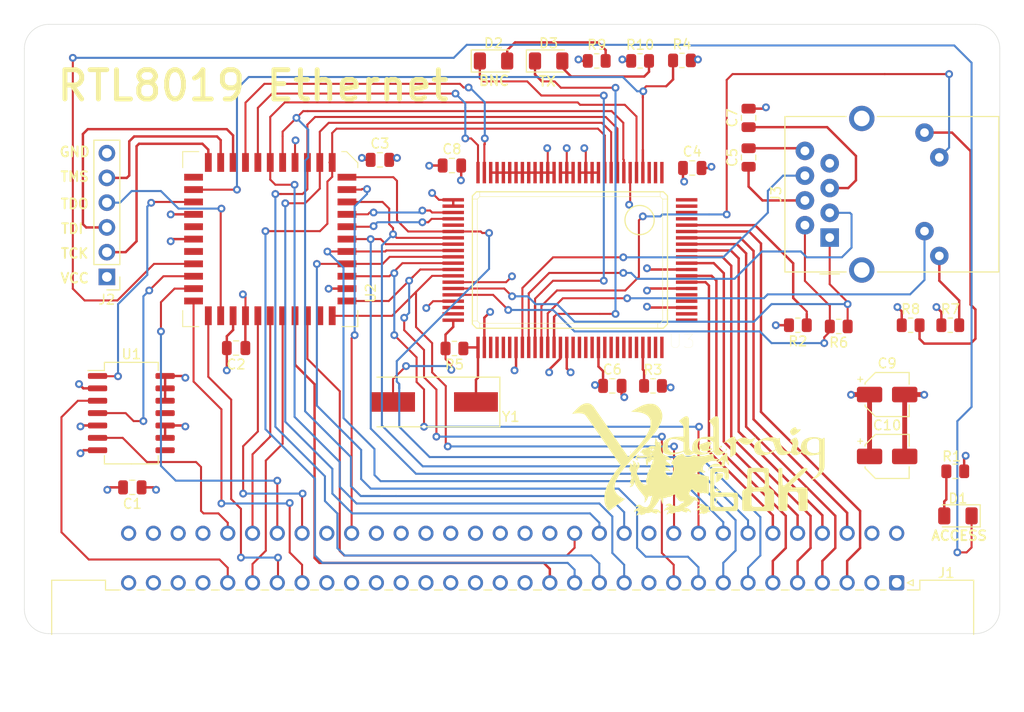
<source format=kicad_pcb>
(kicad_pcb (version 20171130) (host pcbnew "(5.1.10)-1")
  (layers (0 F.Cu signal) (1 In1.Cu power) (2 In2.Cu power) (31 B.Cu signal) (34 B.Paste user) (35 F.Paste user) (36 B.SilkS user) (37 F.SilkS user) (38 B.Mask user) (39 F.Mask user) (44 Edge.Cuts user))
  (net 0 "")
  (net 1 GND)
  (net 2 +5V)
  (net 3 "Net-(C5-Pad1)")
  (net 4 "Net-(C7-Pad1)")
  (net 5 "Net-(D1-Pad2)")
  (net 6 /LED)
  (net 7 "Net-(D2-Pad2)")
  (net 8 "Net-(D2-Pad1)")
  (net 9 "Net-(D3-Pad2)")
  (net 10 "Net-(D3-Pad1)")
  (net 11 "Net-(J1-PadC31)")
  (net 12 "Net-(J1-PadC30)")
  (net 13 "Net-(J1-PadC28)")
  (net 14 /~CS_DATA)
  (net 15 /~RESET)
  (net 16 /~UDS)
  (net 17 /CPU_CLK)
  (net 18 "Net-(J1-PadC22)")
  (net 19 "Net-(J1-PadC21)")
  (net 20 "Net-(J1-PadC20)")
  (net 21 "Net-(J1-PadC19)")
  (net 22 "Net-(J1-PadC18)")
  (net 23 "Net-(J1-PadC17)")
  (net 24 "Net-(J1-PadC16)")
  (net 25 "Net-(J1-PadC15)")
  (net 26 /A6)
  (net 27 /A4)
  (net 28 /A2)
  (net 29 /D15)
  (net 30 /D13)
  (net 31 /D11)
  (net 32 /D9)
  (net 33 /D7)
  (net 34 /D5)
  (net 35 /D3)
  (net 36 /D1)
  (net 37 "Net-(J1-PadC2)")
  (net 38 "Net-(J1-PadA31)")
  (net 39 "Net-(J1-PadA30)")
  (net 40 "Net-(J1-PadA29)")
  (net 41 "Net-(J1-PadA28)")
  (net 42 /~CS_REG)
  (net 43 /R~W)
  (net 44 /~LDS)
  (net 45 "Net-(J1-PadA23)")
  (net 46 "Net-(J1-PadA22)")
  (net 47 "Net-(J1-PadA21)")
  (net 48 "Net-(J1-PadA20)")
  (net 49 "Net-(J1-PadA19)")
  (net 50 "Net-(J1-PadA18)")
  (net 51 "Net-(J1-PadA17)")
  (net 52 "Net-(J1-PadA16)")
  (net 53 /A7)
  (net 54 /A5)
  (net 55 /A3)
  (net 56 /A1)
  (net 57 /D14)
  (net 58 /D12)
  (net 59 /D10)
  (net 60 /D8)
  (net 61 /D6)
  (net 62 /D4)
  (net 63 /D2)
  (net 64 /D0)
  (net 65 "Net-(J2-Pad5)")
  (net 66 "Net-(J2-Pad4)")
  (net 67 "Net-(J2-Pad3)")
  (net 68 "Net-(J2-Pad2)")
  (net 69 "Net-(J3-PadL4)")
  (net 70 "Net-(J3-PadL3)")
  (net 71 "Net-(J3-PadL2)")
  (net 72 "Net-(J3-PadL1)")
  (net 73 "Net-(J3-PadR7)")
  (net 74 "Net-(J3-PadR6)")
  (net 75 "Net-(J3-PadR3)")
  (net 76 "Net-(J3-PadR2)")
  (net 77 "Net-(J3-PadR1)")
  (net 78 "Net-(R2-Pad1)")
  (net 79 "Net-(R3-Pad1)")
  (net 80 /INT)
  (net 81 "Net-(R5-Pad2)")
  (net 82 "Net-(R5-Pad1)")
  (net 83 "Net-(U1-Pad11)")
  (net 84 "Net-(U1-Pad8)")
  (net 85 /~DTACK)
  (net 86 /~IRQ)
  (net 87 /~RD)
  (net 88 /~WR)
  (net 89 /~CS)
  (net 90 /RESET)
  (net 91 "Net-(U3-Pad100)")
  (net 92 "Net-(U3-Pad99)")
  (net 93 "Net-(U3-Pad98)")
  (net 94 "Net-(U3-Pad97)")
  (net 95 "Net-(U3-Pad85)")
  (net 96 "Net-(U3-Pad84)")
  (net 97 "Net-(U3-Pad82)")
  (net 98 "Net-(U3-Pad81)")
  (net 99 "Net-(U3-Pad80)")
  (net 100 "Net-(U3-Pad79)")
  (net 101 "Net-(U3-Pad78)")
  (net 102 "Net-(U3-Pad76)")
  (net 103 "Net-(U3-Pad75)")
  (net 104 "Net-(U3-Pad74)")
  (net 105 "Net-(U3-Pad73)")
  (net 106 "Net-(U3-Pad72)")
  (net 107 "Net-(U3-Pad71)")
  (net 108 "Net-(U3-Pad69)")
  (net 109 "Net-(U3-Pad68)")
  (net 110 "Net-(U3-Pad67)")
  (net 111 "Net-(U3-Pad66)")
  (net 112 "Net-(U3-Pad56)")
  (net 113 "Net-(U3-Pad55)")
  (net 114 "Net-(U3-Pad54)")
  (net 115 "Net-(U3-Pad53)")
  (net 116 "Net-(U3-Pad49)")
  (net 117 "Net-(U3-Pad48)")
  (net 118 "Net-(U3-Pad35)")
  (net 119 "Net-(U3-Pad3)")
  (net 120 "Net-(U3-Pad2)")
  (net 121 "Net-(U3-Pad1)")
  (net 122 "Net-(U2-Pad18)")
  (net 123 "Net-(U2-Pad38)")
  (net 124 "Net-(U2-Pad24)")
  (net 125 "Net-(U2-Pad22)")
  (module Ddraig:Ddraig68k-26mm (layer F.Cu) (at 169.291 131.8895)
    (fp_text reference G*** hide)
    (fp_text value LOGO hide)
  )
  (module Capacitor_SMD:C_0805_2012Metric (layer F.Cu) (at 136.45 101.4)
    (fp_text reference C3 (at 0 -1.68) (layer F.SilkS))
    (fp_text value 100nF)
    (pad 2 smd roundrect (at 0.95 0) (size 1 1.45) (layers F.Cu F.Paste F.Mask) (net 1 GND))
    (pad 1 smd roundrect (at -0.95 0) (size 1 1.45) (layers F.Cu F.Paste F.Mask) (net 2 +5V))
  )
  (module Crystal:Crystal_SMD_HC49-SD (layer F.Cu) (at 142.045 126.238 180)
    (fp_text reference Y1 (at -7.815 -1.524) (layer F.SilkS))
    (fp_text value 20Mhz)
    (pad 2 smd rect (at 4.25 0 180) (size 4.5 2) (layers F.Cu F.Paste F.Mask) (net 81 "Net-(R5-Pad2)"))
    (pad 1 smd rect (at -4.25 0 180) (size 4.5 2) (layers F.Cu F.Paste F.Mask) (net 82 "Net-(R5-Pad1)"))
  )
  (module Ddraig:RTL8019AS (layer F.Cu) (at 155.929 111.674 180)
    (fp_text reference U3 (at -11.457 -8.341) (layer F.SilkS) (effects (font (size 1.4 1.4) (thickness 0.015))))
    (fp_text value RTL8019AS)
    (pad 100 smd rect (at -11.965 6.175 180) (size 2.2 0.35) (layers F.Cu F.Paste F.Mask) (net 91 "Net-(U3-Pad100)"))
    (pad 99 smd rect (at -11.965 5.525 180) (size 2.2 0.35) (layers F.Cu F.Paste F.Mask) (net 92 "Net-(U3-Pad99)"))
    (pad 98 smd rect (at -11.965 4.875 180) (size 2.2 0.35) (layers F.Cu F.Paste F.Mask) (net 93 "Net-(U3-Pad98)"))
    (pad 97 smd rect (at -11.965 4.225 180) (size 2.2 0.35) (layers F.Cu F.Paste F.Mask) (net 94 "Net-(U3-Pad97)"))
    (pad 96 smd rect (at -11.965 3.575 180) (size 2.2 0.35) (layers F.Cu F.Paste F.Mask) (net 78 "Net-(R2-Pad1)"))
    (pad 95 smd rect (at -11.965 2.925 180) (size 2.2 0.35) (layers F.Cu F.Paste F.Mask) (net 64 /D0))
    (pad 94 smd rect (at -11.965 2.275 180) (size 2.2 0.35) (layers F.Cu F.Paste F.Mask) (net 36 /D1))
    (pad 93 smd rect (at -11.965 1.625 180) (size 2.2 0.35) (layers F.Cu F.Paste F.Mask) (net 63 /D2))
    (pad 92 smd rect (at -11.965 0.975 180) (size 2.2 0.35) (layers F.Cu F.Paste F.Mask) (net 35 /D3))
    (pad 91 smd rect (at -11.965 0.325 180) (size 2.2 0.35) (layers F.Cu F.Paste F.Mask) (net 62 /D4))
    (pad 90 smd rect (at -11.965 -0.325 180) (size 2.2 0.35) (layers F.Cu F.Paste F.Mask) (net 34 /D5))
    (pad 89 smd rect (at -11.965 -0.975 180) (size 2.2 0.35) (layers F.Cu F.Paste F.Mask) (net 2 +5V))
    (pad 88 smd rect (at -11.965 -1.625 180) (size 2.2 0.35) (layers F.Cu F.Paste F.Mask) (net 61 /D6))
    (pad 87 smd rect (at -11.965 -2.275 180) (size 2.2 0.35) (layers F.Cu F.Paste F.Mask) (net 33 /D7))
    (pad 86 smd rect (at -11.965 -2.925 180) (size 2.2 0.35) (layers F.Cu F.Paste F.Mask) (net 1 GND))
    (pad 85 smd rect (at -11.965 -3.575 180) (size 2.2 0.35) (layers F.Cu F.Paste F.Mask) (net 95 "Net-(U3-Pad85)"))
    (pad 84 smd rect (at -11.965 -4.225 180) (size 2.2 0.35) (layers F.Cu F.Paste F.Mask) (net 96 "Net-(U3-Pad84)"))
    (pad 83 smd rect (at -11.965 -4.875 180) (size 2.2 0.35) (layers F.Cu F.Paste F.Mask) (net 1 GND))
    (pad 82 smd rect (at -11.965 -5.525 180) (size 2.2 0.35) (layers F.Cu F.Paste F.Mask) (net 97 "Net-(U3-Pad82)"))
    (pad 81 smd rect (at -11.965 -6.175 180) (size 2.2 0.35) (layers F.Cu F.Paste F.Mask) (net 98 "Net-(U3-Pad81)"))
    (pad 80 smd rect (at -9.425 -8.965 180) (size 0.35 2.2) (layers F.Cu F.Paste F.Mask) (net 99 "Net-(U3-Pad80)"))
    (pad 79 smd rect (at -8.775 -8.965 180) (size 0.35 2.2) (layers F.Cu F.Paste F.Mask) (net 100 "Net-(U3-Pad79)"))
    (pad 78 smd rect (at -8.125 -8.965 180) (size 0.35 2.2) (layers F.Cu F.Paste F.Mask) (net 101 "Net-(U3-Pad78)"))
    (pad 77 smd rect (at -7.475 -8.965 180) (size 0.35 2.2) (layers F.Cu F.Paste F.Mask) (net 79 "Net-(R3-Pad1)"))
    (pad 76 smd rect (at -6.825 -8.965 180) (size 0.35 2.2) (layers F.Cu F.Paste F.Mask) (net 102 "Net-(U3-Pad76)"))
    (pad 75 smd rect (at -6.175 -8.965 180) (size 0.35 2.2) (layers F.Cu F.Paste F.Mask) (net 103 "Net-(U3-Pad75)"))
    (pad 74 smd rect (at -5.525 -8.965 180) (size 0.35 2.2) (layers F.Cu F.Paste F.Mask) (net 104 "Net-(U3-Pad74)"))
    (pad 73 smd rect (at -4.875 -8.965 180) (size 0.35 2.2) (layers F.Cu F.Paste F.Mask) (net 105 "Net-(U3-Pad73)"))
    (pad 72 smd rect (at -4.225 -8.965 180) (size 0.35 2.2) (layers F.Cu F.Paste F.Mask) (net 106 "Net-(U3-Pad72)"))
    (pad 71 smd rect (at -3.575 -8.965 180) (size 0.35 2.2) (layers F.Cu F.Paste F.Mask) (net 107 "Net-(U3-Pad71)"))
    (pad 70 smd rect (at -2.925 -8.965 180) (size 0.35 2.2) (layers F.Cu F.Paste F.Mask) (net 2 +5V))
    (pad 69 smd rect (at -2.275 -8.965 180) (size 0.35 2.2) (layers F.Cu F.Paste F.Mask) (net 108 "Net-(U3-Pad69)"))
    (pad 68 smd rect (at -1.625 -8.965 180) (size 0.35 2.2) (layers F.Cu F.Paste F.Mask) (net 109 "Net-(U3-Pad68)"))
    (pad 67 smd rect (at -0.975 -8.965 180) (size 0.35 2.2) (layers F.Cu F.Paste F.Mask) (net 110 "Net-(U3-Pad67)"))
    (pad 66 smd rect (at -0.325 -8.965 180) (size 0.35 2.2) (layers F.Cu F.Paste F.Mask) (net 111 "Net-(U3-Pad66)"))
    (pad 65 smd rect (at 0.325 -8.965 180) (size 0.35 2.2) (layers F.Cu F.Paste F.Mask) (net 2 +5V))
    (pad 64 smd rect (at 0.975 -8.965 180) (size 0.35 2.2) (layers F.Cu F.Paste F.Mask) (net 1 GND))
    (pad 63 smd rect (at 1.625 -8.965 180) (size 0.35 2.2) (layers F.Cu F.Paste F.Mask) (net 10 "Net-(D3-Pad1)"))
    (pad 62 smd rect (at 2.275 -8.965 180) (size 0.35 2.2) (layers F.Cu F.Paste F.Mask) (net 70 "Net-(J3-PadL3)"))
    (pad 61 smd rect (at 2.925 -8.965 180) (size 0.35 2.2) (layers F.Cu F.Paste F.Mask) (net 71 "Net-(J3-PadL2)"))
    (pad 60 smd rect (at 3.575 -8.965 180) (size 0.35 2.2) (layers F.Cu F.Paste F.Mask) (net 8 "Net-(D2-Pad1)"))
    (pad 59 smd rect (at 4.225 -8.965 180) (size 0.35 2.2) (layers F.Cu F.Paste F.Mask) (net 75 "Net-(J3-PadR3)"))
    (pad 58 smd rect (at 4.875 -8.965 180) (size 0.35 2.2) (layers F.Cu F.Paste F.Mask) (net 74 "Net-(J3-PadR6)"))
    (pad 57 smd rect (at 5.525 -8.965 180) (size 0.35 2.2) (layers F.Cu F.Paste F.Mask) (net 2 +5V))
    (pad 56 smd rect (at 6.175 -8.965 180) (size 0.35 2.2) (layers F.Cu F.Paste F.Mask) (net 112 "Net-(U3-Pad56)"))
    (pad 55 smd rect (at 6.825 -8.965 180) (size 0.35 2.2) (layers F.Cu F.Paste F.Mask) (net 113 "Net-(U3-Pad55)"))
    (pad 54 smd rect (at 7.475 -8.965 180) (size 0.35 2.2) (layers F.Cu F.Paste F.Mask) (net 114 "Net-(U3-Pad54)"))
    (pad 53 smd rect (at 8.125 -8.965 180) (size 0.35 2.2) (layers F.Cu F.Paste F.Mask) (net 115 "Net-(U3-Pad53)"))
    (pad 52 smd rect (at 8.775 -8.965 180) (size 0.35 2.2) (layers F.Cu F.Paste F.Mask) (net 1 GND))
    (pad 51 smd rect (at 9.425 -8.965 180) (size 0.35 2.2) (layers F.Cu F.Paste F.Mask) (net 82 "Net-(R5-Pad1)"))
    (pad 50 smd rect (at 11.965 -6.175 180) (size 2.2 0.35) (layers F.Cu F.Paste F.Mask) (net 81 "Net-(R5-Pad2)"))
    (pad 49 smd rect (at 11.965 -5.525 180) (size 2.2 0.35) (layers F.Cu F.Paste F.Mask) (net 116 "Net-(U3-Pad49)"))
    (pad 48 smd rect (at 11.965 -4.875 180) (size 2.2 0.35) (layers F.Cu F.Paste F.Mask) (net 117 "Net-(U3-Pad48)"))
    (pad 47 smd rect (at 11.965 -4.225 180) (size 2.2 0.35) (layers F.Cu F.Paste F.Mask) (net 2 +5V))
    (pad 46 smd rect (at 11.965 -3.575 180) (size 2.2 0.35) (layers F.Cu F.Paste F.Mask) (net 76 "Net-(J3-PadR2)"))
    (pad 45 smd rect (at 11.965 -2.925 180) (size 2.2 0.35) (layers F.Cu F.Paste F.Mask) (net 77 "Net-(J3-PadR1)"))
    (pad 44 smd rect (at 11.965 -2.275 180) (size 2.2 0.35) (layers F.Cu F.Paste F.Mask) (net 1 GND))
    (pad 43 smd rect (at 11.965 -1.625 180) (size 2.2 0.35) (layers F.Cu F.Paste F.Mask) (net 29 /D15))
    (pad 42 smd rect (at 11.965 -0.975 180) (size 2.2 0.35) (layers F.Cu F.Paste F.Mask) (net 57 /D14))
    (pad 41 smd rect (at 11.965 -0.325 180) (size 2.2 0.35) (layers F.Cu F.Paste F.Mask) (net 30 /D13))
    (pad 40 smd rect (at 11.965 0.325 180) (size 2.2 0.35) (layers F.Cu F.Paste F.Mask) (net 58 /D12))
    (pad 39 smd rect (at 11.965 0.975 180) (size 2.2 0.35) (layers F.Cu F.Paste F.Mask) (net 31 /D11))
    (pad 38 smd rect (at 11.965 1.625 180) (size 2.2 0.35) (layers F.Cu F.Paste F.Mask) (net 59 /D10))
    (pad 37 smd rect (at 11.965 2.275 180) (size 2.2 0.35) (layers F.Cu F.Paste F.Mask) (net 32 /D9))
    (pad 36 smd rect (at 11.965 2.925 180) (size 2.2 0.35) (layers F.Cu F.Paste F.Mask) (net 60 /D8))
    (pad 35 smd rect (at 11.965 3.575 180) (size 2.2 0.35) (layers F.Cu F.Paste F.Mask) (net 118 "Net-(U3-Pad35)"))
    (pad 34 smd rect (at 11.965 4.225 180) (size 2.2 0.35) (layers F.Cu F.Paste F.Mask) (net 89 /~CS))
    (pad 33 smd rect (at 11.965 4.875 180) (size 2.2 0.35) (layers F.Cu F.Paste F.Mask) (net 90 /RESET))
    (pad 32 smd rect (at 11.965 5.525 180) (size 2.2 0.35) (layers F.Cu F.Paste F.Mask) (net 2 +5V))
    (pad 31 smd rect (at 11.965 6.175 180) (size 2.2 0.35) (layers F.Cu F.Paste F.Mask) (net 2 +5V))
    (pad 30 smd rect (at 9.425 8.965 180) (size 0.35 2.2) (layers F.Cu F.Paste F.Mask) (net 88 /~WR))
    (pad 29 smd rect (at 8.775 8.965 180) (size 0.35 2.2) (layers F.Cu F.Paste F.Mask) (net 87 /~RD))
    (pad 28 smd rect (at 8.125 8.965 180) (size 0.35 2.2) (layers F.Cu F.Paste F.Mask) (net 1 GND))
    (pad 27 smd rect (at 7.475 8.965 180) (size 0.35 2.2) (layers F.Cu F.Paste F.Mask) (net 1 GND))
    (pad 26 smd rect (at 6.825 8.965 180) (size 0.35 2.2) (layers F.Cu F.Paste F.Mask) (net 1 GND))
    (pad 25 smd rect (at 6.175 8.965 180) (size 0.35 2.2) (layers F.Cu F.Paste F.Mask) (net 1 GND))
    (pad 24 smd rect (at 5.525 8.965 180) (size 0.35 2.2) (layers F.Cu F.Paste F.Mask) (net 1 GND))
    (pad 23 smd rect (at 4.875 8.965 180) (size 0.35 2.2) (layers F.Cu F.Paste F.Mask) (net 1 GND))
    (pad 22 smd rect (at 4.225 8.965 180) (size 0.35 2.2) (layers F.Cu F.Paste F.Mask) (net 1 GND))
    (pad 21 smd rect (at 3.575 8.965 180) (size 0.35 2.2) (layers F.Cu F.Paste F.Mask) (net 1 GND))
    (pad 20 smd rect (at 2.925 8.965 180) (size 0.35 2.2) (layers F.Cu F.Paste F.Mask) (net 1 GND))
    (pad 19 smd rect (at 2.275 8.965 180) (size 0.35 2.2) (layers F.Cu F.Paste F.Mask) (net 1 GND))
    (pad 18 smd rect (at 1.625 8.965 180) (size 0.35 2.2) (layers F.Cu F.Paste F.Mask) (net 1 GND))
    (pad 17 smd rect (at 0.975 8.965 180) (size 0.35 2.2) (layers F.Cu F.Paste F.Mask) (net 2 +5V))
    (pad 16 smd rect (at 0.325 8.965 180) (size 0.35 2.2) (layers F.Cu F.Paste F.Mask) (net 2 +5V))
    (pad 15 smd rect (at -0.325 8.965 180) (size 0.35 2.2) (layers F.Cu F.Paste F.Mask) (net 2 +5V))
    (pad 14 smd rect (at -0.975 8.965 180) (size 0.35 2.2) (layers F.Cu F.Paste F.Mask) (net 1 GND))
    (pad 13 smd rect (at -1.625 8.965 180) (size 0.35 2.2) (layers F.Cu F.Paste F.Mask) (net 1 GND))
    (pad 12 smd rect (at -2.275 8.965 180) (size 0.35 2.2) (layers F.Cu F.Paste F.Mask) (net 1 GND))
    (pad 11 smd rect (at -2.925 8.965 180) (size 0.35 2.2) (layers F.Cu F.Paste F.Mask) (net 1 GND))
    (pad 10 smd rect (at -3.575 8.965 180) (size 0.35 2.2) (layers F.Cu F.Paste F.Mask) (net 54 /A5))
    (pad 9 smd rect (at -4.225 8.965 180) (size 0.35 2.2) (layers F.Cu F.Paste F.Mask) (net 27 /A4))
    (pad 8 smd rect (at -4.875 8.965 180) (size 0.35 2.2) (layers F.Cu F.Paste F.Mask) (net 55 /A3))
    (pad 7 smd rect (at -5.525 8.965 180) (size 0.35 2.2) (layers F.Cu F.Paste F.Mask) (net 28 /A2))
    (pad 6 smd rect (at -6.175 8.965 180) (size 0.35 2.2) (layers F.Cu F.Paste F.Mask) (net 2 +5V))
    (pad 5 smd rect (at -6.825 8.965 180) (size 0.35 2.2) (layers F.Cu F.Paste F.Mask) (net 56 /A1))
    (pad 4 smd rect (at -7.475 8.965 180) (size 0.35 2.2) (layers F.Cu F.Paste F.Mask) (net 80 /INT))
    (pad 3 smd rect (at -8.125 8.965 180) (size 0.35 2.2) (layers F.Cu F.Paste F.Mask) (net 119 "Net-(U3-Pad3)"))
    (pad 2 smd rect (at -8.775 8.965 180) (size 0.35 2.2) (layers F.Cu F.Paste F.Mask) (net 120 "Net-(U3-Pad2)"))
    (pad 1 smd rect (at -9.425 8.965 180) (size 0.35 2.2) (layers F.Cu F.Paste F.Mask) (net 121 "Net-(U3-Pad1)"))
  )
  (module Package_LCC:PLCC-44 (layer F.Cu) (at 125.2055 109.529 270)
    (fp_text reference U2 (at 5.533 -10.3035 90) (layer F.SilkS))
    (fp_text value XC9536PC44)
    (pad 39 smd rect (at 7.8625 -6.35 270) (size 1.925 0.7) (layers F.Cu F.Paste F.Mask) (net 29 /D15))
    (pad 38 smd rect (at 7.8625 -5.08 270) (size 1.925 0.7) (layers F.Cu F.Paste F.Mask) (net 123 "Net-(U2-Pad38)"))
    (pad 37 smd rect (at 7.8625 -3.81 270) (size 1.925 0.7) (layers F.Cu F.Paste F.Mask) (net 26 /A6))
    (pad 36 smd rect (at 7.8625 -2.54 270) (size 1.925 0.7) (layers F.Cu F.Paste F.Mask) (net 53 /A7))
    (pad 35 smd rect (at 7.8625 -1.27 270) (size 1.925 0.7) (layers F.Cu F.Paste F.Mask) (net 42 /~CS_REG))
    (pad 34 smd rect (at 7.8625 0 270) (size 1.925 0.7) (layers F.Cu F.Paste F.Mask) (net 14 /~CS_DATA))
    (pad 33 smd rect (at 7.8625 1.27 270) (size 1.925 0.7) (layers F.Cu F.Paste F.Mask) (net 16 /~UDS))
    (pad 32 smd rect (at 7.8625 2.54 270) (size 1.925 0.7) (layers F.Cu F.Paste F.Mask) (net 2 +5V))
    (pad 31 smd rect (at 7.8625 3.81 270) (size 1.925 0.7) (layers F.Cu F.Paste F.Mask) (net 1 GND))
    (pad 30 smd rect (at 7.8625 5.08 270) (size 1.925 0.7) (layers F.Cu F.Paste F.Mask) (net 66 "Net-(J2-Pad4)"))
    (pad 29 smd rect (at 7.8625 6.35 270) (size 1.925 0.7) (layers F.Cu F.Paste F.Mask) (net 43 /R~W))
    (pad 28 smd rect (at 6.35 7.8625 270) (size 0.7 1.925) (layers F.Cu F.Paste F.Mask) (net 44 /~LDS))
    (pad 27 smd rect (at 5.08 7.8625 270) (size 0.7 1.925) (layers F.Cu F.Paste F.Mask) (net 15 /~RESET))
    (pad 26 smd rect (at 3.81 7.8625 270) (size 0.7 1.925) (layers F.Cu F.Paste F.Mask) (net 85 /~DTACK))
    (pad 25 smd rect (at 2.54 7.8625 270) (size 0.7 1.925) (layers F.Cu F.Paste F.Mask) (net 6 /LED))
    (pad 24 smd rect (at 1.27 7.8625 270) (size 0.7 1.925) (layers F.Cu F.Paste F.Mask) (net 124 "Net-(U2-Pad24)"))
    (pad 23 smd rect (at 0 7.8625 270) (size 0.7 1.925) (layers F.Cu F.Paste F.Mask) (net 1 GND))
    (pad 22 smd rect (at -1.27 7.8625 270) (size 0.7 1.925) (layers F.Cu F.Paste F.Mask) (net 125 "Net-(U2-Pad22)"))
    (pad 21 smd rect (at -2.54 7.8625 270) (size 0.7 1.925) (layers F.Cu F.Paste F.Mask) (net 2 +5V))
    (pad 20 smd rect (at -3.81 7.8625 270) (size 0.7 1.925) (layers F.Cu F.Paste F.Mask) (net 86 /~IRQ))
    (pad 19 smd rect (at -5.08 7.8625 270) (size 0.7 1.925) (layers F.Cu F.Paste F.Mask) (net 80 /INT))
    (pad 18 smd rect (at -6.35 7.8625 270) (size 0.7 1.925) (layers F.Cu F.Paste F.Mask) (net 122 "Net-(U2-Pad18)"))
    (pad 17 smd rect (at -7.8625 6.35 270) (size 1.925 0.7) (layers F.Cu F.Paste F.Mask) (net 68 "Net-(J2-Pad2)"))
    (pad 16 smd rect (at -7.8625 5.08 270) (size 1.925 0.7) (layers F.Cu F.Paste F.Mask) (net 65 "Net-(J2-Pad5)"))
    (pad 15 smd rect (at -7.8625 3.81 270) (size 1.925 0.7) (layers F.Cu F.Paste F.Mask) (net 67 "Net-(J2-Pad3)"))
    (pad 14 smd rect (at -7.8625 2.54 270) (size 1.925 0.7) (layers F.Cu F.Paste F.Mask) (net 87 /~RD))
    (pad 13 smd rect (at -7.8625 1.27 270) (size 1.925 0.7) (layers F.Cu F.Paste F.Mask) (net 88 /~WR))
    (pad 12 smd rect (at -7.8625 0 270) (size 1.925 0.7) (layers F.Cu F.Paste F.Mask) (net 56 /A1))
    (pad 11 smd rect (at -7.8625 -1.27 270) (size 1.925 0.7) (layers F.Cu F.Paste F.Mask) (net 28 /A2))
    (pad 10 smd rect (at -7.8625 -2.54 270) (size 1.925 0.7) (layers F.Cu F.Paste F.Mask) (net 1 GND))
    (pad 9 smd rect (at -7.8625 -3.81 270) (size 1.925 0.7) (layers F.Cu F.Paste F.Mask) (net 55 /A3))
    (pad 8 smd rect (at -7.8625 -5.08 270) (size 1.925 0.7) (layers F.Cu F.Paste F.Mask) (net 27 /A4))
    (pad 7 smd rect (at -7.8625 -6.35 270) (size 1.925 0.7) (layers F.Cu F.Paste F.Mask) (net 54 /A5))
    (pad 40 smd rect (at 6.35 -7.8625 270) (size 0.7 1.925) (layers F.Cu F.Paste F.Mask) (net 57 /D14))
    (pad 41 smd rect (at 5.08 -7.8625 270) (size 0.7 1.925) (layers F.Cu F.Paste F.Mask) (net 2 +5V))
    (pad 42 smd rect (at 3.81 -7.8625 270) (size 0.7 1.925) (layers F.Cu F.Paste F.Mask) (net 30 /D13))
    (pad 43 smd rect (at 2.54 -7.8625 270) (size 0.7 1.925) (layers F.Cu F.Paste F.Mask) (net 58 /D12))
    (pad 44 smd rect (at 1.27 -7.8625 270) (size 0.7 1.925) (layers F.Cu F.Paste F.Mask) (net 31 /D11))
    (pad 6 smd rect (at -6.35 -7.8625 270) (size 0.7 1.925) (layers F.Cu F.Paste F.Mask) (net 60 /D8))
    (pad 5 smd rect (at -5.08 -7.8625 270) (size 0.7 1.925) (layers F.Cu F.Paste F.Mask) (net 17 /CPU_CLK))
    (pad 4 smd rect (at -3.81 -7.8625 270) (size 0.7 1.925) (layers F.Cu F.Paste F.Mask) (net 32 /D9))
    (pad 3 smd rect (at -2.54 -7.8625 270) (size 0.7 1.925) (layers F.Cu F.Paste F.Mask) (net 90 /RESET))
    (pad 2 smd rect (at -1.27 -7.8625 270) (size 0.7 1.925) (layers F.Cu F.Paste F.Mask) (net 89 /~CS))
    (pad 1 smd rect (at 0 -7.8625 270) (size 0.7 1.925) (layers F.Cu F.Paste F.Mask) (net 59 /D10))
  )
  (module Package_SO:SO-14_5.3x10.2mm_P1.27mm (layer F.Cu) (at 110.9645 127.381)
    (fp_text reference U1 (at 0 -6.05) (layer F.SilkS))
    (fp_text value 74LS125)
    (pad 14 smd roundrect (at 3.4625 -3.81) (size 1.975 0.6) (layers F.Cu F.Paste F.Mask) (net 2 +5V))
    (pad 13 smd roundrect (at 3.4625 -2.54) (size 1.975 0.6) (layers F.Cu F.Paste F.Mask) (net 2 +5V))
    (pad 12 smd roundrect (at 3.4625 -1.27) (size 1.975 0.6) (layers F.Cu F.Paste F.Mask) (net 2 +5V))
    (pad 11 smd roundrect (at 3.4625 0) (size 1.975 0.6) (layers F.Cu F.Paste F.Mask) (net 83 "Net-(U1-Pad11)"))
    (pad 10 smd roundrect (at 3.4625 1.27) (size 1.975 0.6) (layers F.Cu F.Paste F.Mask) (net 2 +5V))
    (pad 9 smd roundrect (at 3.4625 2.54) (size 1.975 0.6) (layers F.Cu F.Paste F.Mask) (net 2 +5V))
    (pad 8 smd roundrect (at 3.4625 3.81) (size 1.975 0.6) (layers F.Cu F.Paste F.Mask) (net 84 "Net-(U1-Pad8)"))
    (pad 7 smd roundrect (at -3.4625 3.81) (size 1.975 0.6) (layers F.Cu F.Paste F.Mask) (net 1 GND))
    (pad 6 smd roundrect (at -3.4625 2.54) (size 1.975 0.6) (layers F.Cu F.Paste F.Mask) (net 13 "Net-(J1-PadC28)"))
    (pad 5 smd roundrect (at -3.4625 1.27) (size 1.975 0.6) (layers F.Cu F.Paste F.Mask) (net 1 GND))
    (pad 4 smd roundrect (at -3.4625 0) (size 1.975 0.6) (layers F.Cu F.Paste F.Mask) (net 85 /~DTACK))
    (pad 3 smd roundrect (at -3.4625 -1.27) (size 1.975 0.6) (layers F.Cu F.Paste F.Mask) (net 41 "Net-(J1-PadA28)"))
    (pad 2 smd roundrect (at -3.4625 -2.54) (size 1.975 0.6) (layers F.Cu F.Paste F.Mask) (net 1 GND))
    (pad 1 smd roundrect (at -3.4625 -3.81) (size 1.975 0.6) (layers F.Cu F.Paste F.Mask) (net 86 /~IRQ))
  )
  (module Resistor_SMD:R_0805_2012Metric (layer F.Cu) (at 163.122 91.247)
    (fp_text reference R10 (at 0 -1.65) (layer F.SilkS))
    (fp_text value 680R)
    (pad 2 smd roundrect (at 0.9125 0) (size 1.025 1.4) (layers F.Cu F.Paste F.Mask) (roundrect_rratio 0.243902) (net 9 "Net-(D3-Pad2)"))
    (pad 1 smd roundrect (at -0.9125 0) (size 1.025 1.4) (layers F.Cu F.Paste F.Mask) (roundrect_rratio 0.243902) (net 2 +5V))
  )
  (module Resistor_SMD:R_0805_2012Metric (layer F.Cu) (at 158.677 91.247)
    (fp_text reference R9 (at 0 -1.65) (layer F.SilkS))
    (fp_text value 680R)
    (pad 2 smd roundrect (at 0.9125 0) (size 1.025 1.4) (layers F.Cu F.Paste F.Mask) (roundrect_rratio 0.243902) (net 7 "Net-(D2-Pad2)"))
    (pad 1 smd roundrect (at -0.9125 0) (size 1.025 1.4) (layers F.Cu F.Paste F.Mask) (roundrect_rratio 0.243902) (net 2 +5V))
  )
  (module Resistor_SMD:R_0805_2012Metric (layer F.Cu) (at 190.8575 118.364)
    (fp_text reference R8 (at 0 -1.65) (layer F.SilkS))
    (fp_text value 680R)
    (pad 2 smd roundrect (at 0.9125 0) (size 1.025 1.4) (layers F.Cu F.Paste F.Mask) (roundrect_rratio 0.243902) (net 72 "Net-(J3-PadL1)"))
    (pad 1 smd roundrect (at -0.9125 0) (size 1.025 1.4) (layers F.Cu F.Paste F.Mask) (roundrect_rratio 0.243902) (net 2 +5V))
  )
  (module Resistor_SMD:R_0805_2012Metric (layer F.Cu) (at 194.9215 118.364)
    (fp_text reference R7 (at 0 -1.65) (layer F.SilkS))
    (fp_text value 680R)
    (pad 2 smd roundrect (at 0.9125 0) (size 1.025 1.4) (layers F.Cu F.Paste F.Mask) (roundrect_rratio 0.243902) (net 69 "Net-(J3-PadL4)"))
    (pad 1 smd roundrect (at -0.9125 0) (size 1.025 1.4) (layers F.Cu F.Paste F.Mask) (roundrect_rratio 0.243902) (net 2 +5V))
  )
  (module Resistor_SMD:R_0805_2012Metric (layer F.Cu) (at 183.4855 118.491 180)
    (fp_text reference R6 (at 0 -1.65) (layer F.SilkS))
    (fp_text value 200R)
    (pad 2 smd roundrect (at 0.9125 0 180) (size 1.025 1.4) (layers F.Cu F.Paste F.Mask) (roundrect_rratio 0.243902) (net 76 "Net-(J3-PadR2)"))
    (pad 1 smd roundrect (at -0.9125 0 180) (size 1.025 1.4) (layers F.Cu F.Paste F.Mask) (roundrect_rratio 0.243902) (net 77 "Net-(J3-PadR1)"))
  )
  (module Resistor_SMD:R_0805_2012Metric (layer F.Cu) (at 144.0875 120.75 180)
    (fp_text reference R5 (at 0 -1.65) (layer F.SilkS))
    (fp_text value 10M)
    (pad 2 smd roundrect (at 0.9125 0 180) (size 1.025 1.4) (layers F.Cu F.Paste F.Mask) (roundrect_rratio 0.243902) (net 81 "Net-(R5-Pad2)"))
    (pad 1 smd roundrect (at -0.9125 0 180) (size 1.025 1.4) (layers F.Cu F.Paste F.Mask) (roundrect_rratio 0.243902) (net 82 "Net-(R5-Pad1)"))
  )
  (module Resistor_SMD:R_0805_2012Metric (layer F.Cu) (at 167.4125 91.2)
    (fp_text reference R4 (at 0 -1.65) (layer F.SilkS))
    (fp_text value 10K)
    (pad 2 smd roundrect (at 0.9125 0) (size 1.025 1.4) (layers F.Cu F.Paste F.Mask) (roundrect_rratio 0.243902) (net 1 GND))
    (pad 1 smd roundrect (at -0.9125 0) (size 1.025 1.4) (layers F.Cu F.Paste F.Mask) (roundrect_rratio 0.243902) (net 80 /INT))
  )
  (module Resistor_SMD:R_0805_2012Metric (layer F.Cu) (at 164.4415 124.587)
    (fp_text reference R3 (at 0 -1.65) (layer F.SilkS))
    (fp_text value 10K)
    (pad 2 smd roundrect (at 0.9125 0) (size 1.025 1.4) (layers F.Cu F.Paste F.Mask) (roundrect_rratio 0.243902) (net 1 GND))
    (pad 1 smd roundrect (at -0.9125 0) (size 1.025 1.4) (layers F.Cu F.Paste F.Mask) (roundrect_rratio 0.243902) (net 79 "Net-(R3-Pad1)"))
  )
  (module Resistor_SMD:R_0805_2012Metric (layer F.Cu) (at 179.2945 118.364 180)
    (fp_text reference R2 (at 0 -1.65) (layer F.SilkS))
    (fp_text value 27K)
    (pad 2 smd roundrect (at 0.9125 0 180) (size 1.025 1.4) (layers F.Cu F.Paste F.Mask) (roundrect_rratio 0.243902) (net 1 GND))
    (pad 1 smd roundrect (at -0.9125 0 180) (size 1.025 1.4) (layers F.Cu F.Paste F.Mask) (roundrect_rratio 0.243902) (net 78 "Net-(R2-Pad1)"))
  )
  (module Resistor_SMD:R_0805_2012Metric (layer F.Cu) (at 195.4295 133.35 180)
    (fp_text reference R1 (at 0.3575 1.524) (layer F.SilkS))
    (fp_text value 220R)
    (pad 2 smd roundrect (at 0.9125 0 180) (size 1.025 1.4) (layers F.Cu F.Paste F.Mask) (roundrect_rratio 0.243902) (net 5 "Net-(D1-Pad2)"))
    (pad 1 smd roundrect (at -0.9125 0 180) (size 1.025 1.4) (layers F.Cu F.Paste F.Mask) (roundrect_rratio 0.243902) (net 2 +5V))
  )
  (module Connector_RJ:RJ45_Amphenol_RJMG1BD3B8K1ANR (layer F.Cu) (at 182.558 109.372 90)
    (fp_text reference J3 (at 4.445 -5.49 90) (layer F.SilkS))
    (fp_text value RJ45)
    (pad "" np_thru_hole circle (at 10.16 6.34 90) (size 3.25 3.25) (drill 3.25) (layers *.Cu *.Mask))
    (pad "" np_thru_hole circle (at -1.27 6.34 90) (size 3.25 3.25) (drill 3.25) (layers *.Cu *.Mask))
    (pad 13 thru_hole circle (at 12.22 3.29 90) (size 2.6 2.6) (drill 1.6) (layers *.Cu *.Mask) (net 1 GND))
    (pad 13 thru_hole circle (at -3.33 3.29 90) (size 2.6 2.6) (drill 1.6) (layers *.Cu *.Mask) (net 1 GND))
    (pad L4 thru_hole circle (at -1.88 11.24 90) (size 1.89 1.89) (drill 0.89) (layers *.Cu *.Mask) (net 69 "Net-(J3-PadL4)"))
    (pad L3 thru_hole circle (at 0.66 9.72 90) (size 1.89 1.89) (drill 0.89) (layers *.Cu *.Mask) (net 70 "Net-(J3-PadL3)"))
    (pad L2 thru_hole circle (at 8.23 11.24 90) (size 1.89 1.89) (drill 0.89) (layers *.Cu *.Mask) (net 71 "Net-(J3-PadL2)"))
    (pad L1 thru_hole circle (at 10.77 9.72 90) (size 1.89 1.89) (drill 0.89) (layers *.Cu *.Mask) (net 72 "Net-(J3-PadL1)"))
    (pad R8 thru_hole circle (at 8.89 -2.54 90) (size 1.9 1.9) (drill 0.9) (layers *.Cu *.Mask) (net 1 GND))
    (pad R7 thru_hole circle (at 7.62 0 90) (size 1.9 1.9) (drill 0.9) (layers *.Cu *.Mask) (net 73 "Net-(J3-PadR7)"))
    (pad R6 thru_hole circle (at 6.35 -2.54 90) (size 1.9 1.9) (drill 0.9) (layers *.Cu *.Mask) (net 74 "Net-(J3-PadR6)"))
    (pad R5 thru_hole circle (at 5.08 0 90) (size 1.9 1.9) (drill 0.9) (layers *.Cu *.Mask) (net 4 "Net-(C7-Pad1)"))
    (pad R4 thru_hole circle (at 3.81 -2.54 90) (size 1.9 1.9) (drill 0.9) (layers *.Cu *.Mask) (net 3 "Net-(C5-Pad1)"))
    (pad R3 thru_hole circle (at 2.54 0 90) (size 1.9 1.9) (drill 0.9) (layers *.Cu *.Mask) (net 75 "Net-(J3-PadR3)"))
    (pad R2 thru_hole circle (at 1.27 -2.54 90) (size 1.9 1.9) (drill 0.9) (layers *.Cu *.Mask) (net 76 "Net-(J3-PadR2)"))
    (pad R1 thru_hole rect (at 0 0 90) (size 1.9 1.9) (drill 0.9) (layers *.Cu *.Mask) (net 77 "Net-(J3-PadR1)"))
  )
  (module Connector_PinHeader_2.54mm:PinHeader_1x06_P2.54mm_Vertical (layer F.Cu) (at 108.458 113.411 180)
    (fp_text reference J2 (at 0 -2.33) (layer F.SilkS))
    (fp_text value JTAG)
    (pad 6 thru_hole oval (at 0 12.7 180) (size 1.7 1.7) (drill 1) (layers *.Cu *.Mask) (net 1 GND))
    (pad 5 thru_hole oval (at 0 10.16 180) (size 1.7 1.7) (drill 1) (layers *.Cu *.Mask) (net 65 "Net-(J2-Pad5)"))
    (pad 4 thru_hole oval (at 0 7.62 180) (size 1.7 1.7) (drill 1) (layers *.Cu *.Mask) (net 66 "Net-(J2-Pad4)"))
    (pad 3 thru_hole oval (at 0 5.08 180) (size 1.7 1.7) (drill 1) (layers *.Cu *.Mask) (net 67 "Net-(J2-Pad3)"))
    (pad 2 thru_hole oval (at 0 2.54 180) (size 1.7 1.7) (drill 1) (layers *.Cu *.Mask) (net 68 "Net-(J2-Pad2)"))
    (pad 1 thru_hole rect (at 0 0 180) (size 1.7 1.7) (drill 1) (layers *.Cu *.Mask) (net 2 +5V))
  )
  (module Ddraig:DIN41612_C_2x32_Male_Horizontal_THT (layer F.Cu) (at 189.428 144.788 180)
    (fp_text reference J1 (at -5.08 1) (layer F.SilkS))
    (fp_text value D68K_64PIN_BOARD)
    (pad C32 thru_hole circle (at 78.74 5.08 180) (size 1.55 1.55) (drill 1) (layers *.Cu *.Mask) (net 1 GND))
    (pad C31 thru_hole circle (at 76.2 5.08 180) (size 1.55 1.55) (drill 1) (layers *.Cu *.Mask) (net 11 "Net-(J1-PadC31)"))
    (pad C30 thru_hole circle (at 73.66 5.08 180) (size 1.55 1.55) (drill 1) (layers *.Cu *.Mask) (net 12 "Net-(J1-PadC30)"))
    (pad C29 thru_hole circle (at 71.12 5.08 180) (size 1.55 1.55) (drill 1) (layers *.Cu *.Mask) (net 1 GND))
    (pad C28 thru_hole circle (at 68.58 5.08 180) (size 1.55 1.55) (drill 1) (layers *.Cu *.Mask) (net 13 "Net-(J1-PadC28)"))
    (pad C27 thru_hole circle (at 66.04 5.08 180) (size 1.55 1.55) (drill 1) (layers *.Cu *.Mask) (net 14 /~CS_DATA))
    (pad C26 thru_hole circle (at 63.5 5.08 180) (size 1.55 1.55) (drill 1) (layers *.Cu *.Mask) (net 15 /~RESET))
    (pad C25 thru_hole circle (at 60.96 5.08 180) (size 1.55 1.55) (drill 1) (layers *.Cu *.Mask) (net 16 /~UDS))
    (pad C24 thru_hole circle (at 58.42 5.08 180) (size 1.55 1.55) (drill 1) (layers *.Cu *.Mask) (net 1 GND))
    (pad C23 thru_hole circle (at 55.88 5.08 180) (size 1.55 1.55) (drill 1) (layers *.Cu *.Mask) (net 17 /CPU_CLK))
    (pad C22 thru_hole circle (at 53.34 5.08 180) (size 1.55 1.55) (drill 1) (layers *.Cu *.Mask) (net 18 "Net-(J1-PadC22)"))
    (pad C21 thru_hole circle (at 50.8 5.08 180) (size 1.55 1.55) (drill 1) (layers *.Cu *.Mask) (net 19 "Net-(J1-PadC21)"))
    (pad C20 thru_hole circle (at 48.26 5.08 180) (size 1.55 1.55) (drill 1) (layers *.Cu *.Mask) (net 20 "Net-(J1-PadC20)"))
    (pad C19 thru_hole circle (at 45.72 5.08 180) (size 1.55 1.55) (drill 1) (layers *.Cu *.Mask) (net 21 "Net-(J1-PadC19)"))
    (pad C18 thru_hole circle (at 43.18 5.08 180) (size 1.55 1.55) (drill 1) (layers *.Cu *.Mask) (net 22 "Net-(J1-PadC18)"))
    (pad C17 thru_hole circle (at 40.64 5.08 180) (size 1.55 1.55) (drill 1) (layers *.Cu *.Mask) (net 23 "Net-(J1-PadC17)"))
    (pad C16 thru_hole circle (at 38.1 5.08 180) (size 1.55 1.55) (drill 1) (layers *.Cu *.Mask) (net 24 "Net-(J1-PadC16)"))
    (pad C15 thru_hole circle (at 35.56 5.08 180) (size 1.55 1.55) (drill 1) (layers *.Cu *.Mask) (net 25 "Net-(J1-PadC15)"))
    (pad C14 thru_hole circle (at 33.02 5.08 180) (size 1.55 1.55) (drill 1) (layers *.Cu *.Mask) (net 26 /A6))
    (pad C13 thru_hole circle (at 30.48 5.08 180) (size 1.55 1.55) (drill 1) (layers *.Cu *.Mask) (net 27 /A4))
    (pad C12 thru_hole circle (at 27.94 5.08 180) (size 1.55 1.55) (drill 1) (layers *.Cu *.Mask) (net 28 /A2))
    (pad C11 thru_hole circle (at 25.4 5.08 180) (size 1.55 1.55) (drill 1) (layers *.Cu *.Mask) (net 1 GND))
    (pad C10 thru_hole circle (at 22.86 5.08 180) (size 1.55 1.55) (drill 1) (layers *.Cu *.Mask) (net 29 /D15))
    (pad C9 thru_hole circle (at 20.32 5.08 180) (size 1.55 1.55) (drill 1) (layers *.Cu *.Mask) (net 30 /D13))
    (pad C8 thru_hole circle (at 17.78 5.08 180) (size 1.55 1.55) (drill 1) (layers *.Cu *.Mask) (net 31 /D11))
    (pad C7 thru_hole circle (at 15.24 5.08 180) (size 1.55 1.55) (drill 1) (layers *.Cu *.Mask) (net 32 /D9))
    (pad C6 thru_hole circle (at 12.7 5.08 180) (size 1.55 1.55) (drill 1) (layers *.Cu *.Mask) (net 33 /D7))
    (pad C5 thru_hole circle (at 10.16 5.08 180) (size 1.55 1.55) (drill 1) (layers *.Cu *.Mask) (net 34 /D5))
    (pad C4 thru_hole circle (at 7.62 5.08 180) (size 1.55 1.55) (drill 1) (layers *.Cu *.Mask) (net 35 /D3))
    (pad C3 thru_hole circle (at 5.08 5.08 180) (size 1.55 1.55) (drill 1) (layers *.Cu *.Mask) (net 36 /D1))
    (pad C2 thru_hole circle (at 2.54 5.08 180) (size 1.55 1.55) (drill 1) (layers *.Cu *.Mask) (net 37 "Net-(J1-PadC2)"))
    (pad C1 thru_hole circle (at 0 5.08 180) (size 1.55 1.55) (drill 1) (layers *.Cu *.Mask) (net 2 +5V))
    (pad A32 thru_hole circle (at 78.74 0 180) (size 1.55 1.55) (drill 1) (layers *.Cu *.Mask) (net 1 GND))
    (pad A31 thru_hole circle (at 76.2 0 180) (size 1.55 1.55) (drill 1) (layers *.Cu *.Mask) (net 38 "Net-(J1-PadA31)"))
    (pad A30 thru_hole circle (at 73.66 0 180) (size 1.55 1.55) (drill 1) (layers *.Cu *.Mask) (net 39 "Net-(J1-PadA30)"))
    (pad A29 thru_hole circle (at 71.12 0 180) (size 1.55 1.55) (drill 1) (layers *.Cu *.Mask) (net 40 "Net-(J1-PadA29)"))
    (pad A28 thru_hole circle (at 68.58 0 180) (size 1.55 1.55) (drill 1) (layers *.Cu *.Mask) (net 41 "Net-(J1-PadA28)"))
    (pad A27 thru_hole circle (at 66.04 0 180) (size 1.55 1.55) (drill 1) (layers *.Cu *.Mask) (net 42 /~CS_REG))
    (pad A26 thru_hole circle (at 63.5 0 180) (size 1.55 1.55) (drill 1) (layers *.Cu *.Mask) (net 43 /R~W))
    (pad A25 thru_hole circle (at 60.96 0 180) (size 1.55 1.55) (drill 1) (layers *.Cu *.Mask) (net 44 /~LDS))
    (pad A24 thru_hole circle (at 58.42 0 180) (size 1.55 1.55) (drill 1) (layers *.Cu *.Mask) (net 2 +5V))
    (pad A23 thru_hole circle (at 55.88 0 180) (size 1.55 1.55) (drill 1) (layers *.Cu *.Mask) (net 45 "Net-(J1-PadA23)"))
    (pad A22 thru_hole circle (at 53.34 0 180) (size 1.55 1.55) (drill 1) (layers *.Cu *.Mask) (net 46 "Net-(J1-PadA22)"))
    (pad A21 thru_hole circle (at 50.8 0 180) (size 1.55 1.55) (drill 1) (layers *.Cu *.Mask) (net 47 "Net-(J1-PadA21)"))
    (pad A20 thru_hole circle (at 48.26 0 180) (size 1.55 1.55) (drill 1) (layers *.Cu *.Mask) (net 48 "Net-(J1-PadA20)"))
    (pad A19 thru_hole circle (at 45.72 0 180) (size 1.55 1.55) (drill 1) (layers *.Cu *.Mask) (net 49 "Net-(J1-PadA19)"))
    (pad A18 thru_hole circle (at 43.18 0 180) (size 1.55 1.55) (drill 1) (layers *.Cu *.Mask) (net 50 "Net-(J1-PadA18)"))
    (pad A17 thru_hole circle (at 40.64 0 180) (size 1.55 1.55) (drill 1) (layers *.Cu *.Mask) (net 51 "Net-(J1-PadA17)"))
    (pad A16 thru_hole circle (at 38.1 0 180) (size 1.55 1.55) (drill 1) (layers *.Cu *.Mask) (net 52 "Net-(J1-PadA16)"))
    (pad A15 thru_hole circle (at 35.56 0 180) (size 1.55 1.55) (drill 1) (layers *.Cu *.Mask) (net 53 /A7))
    (pad A14 thru_hole circle (at 33.02 0 180) (size 1.55 1.55) (drill 1) (layers *.Cu *.Mask) (net 54 /A5))
    (pad A13 thru_hole circle (at 30.48 0 180) (size 1.55 1.55) (drill 1) (layers *.Cu *.Mask) (net 55 /A3))
    (pad A12 thru_hole circle (at 27.94 0 180) (size 1.55 1.55) (drill 1) (layers *.Cu *.Mask) (net 56 /A1))
    (pad A11 thru_hole circle (at 25.4 0 180) (size 1.55 1.55) (drill 1) (layers *.Cu *.Mask) (net 1 GND))
    (pad A10 thru_hole circle (at 22.86 0 180) (size 1.55 1.55) (drill 1) (layers *.Cu *.Mask) (net 57 /D14))
    (pad A9 thru_hole circle (at 20.32 0 180) (size 1.55 1.55) (drill 1) (layers *.Cu *.Mask) (net 58 /D12))
    (pad A8 thru_hole circle (at 17.78 0 180) (size 1.55 1.55) (drill 1) (layers *.Cu *.Mask) (net 59 /D10))
    (pad A7 thru_hole circle (at 15.24 0 180) (size 1.55 1.55) (drill 1) (layers *.Cu *.Mask) (net 60 /D8))
    (pad A6 thru_hole circle (at 12.7 0 180) (size 1.55 1.55) (drill 1) (layers *.Cu *.Mask) (net 61 /D6))
    (pad A5 thru_hole circle (at 10.16 0 180) (size 1.55 1.55) (drill 1) (layers *.Cu *.Mask) (net 62 /D4))
    (pad A4 thru_hole circle (at 7.62 0 180) (size 1.55 1.55) (drill 1) (layers *.Cu *.Mask) (net 63 /D2))
    (pad A3 thru_hole circle (at 5.08 0 180) (size 1.55 1.55) (drill 1) (layers *.Cu *.Mask) (net 64 /D0))
    (pad A2 thru_hole circle (at 2.54 0 180) (size 1.55 1.55) (drill 1) (layers *.Cu *.Mask) (net 1 GND))
    (pad A1 thru_hole roundrect (at 0 0 180) (size 1.55 1.55) (drill 1) (layers *.Cu *.Mask) (roundrect_rratio 0.16129) (net 2 +5V))
    (pad "" np_thru_hole circle (at 83.82 -2.54 180) (size 2.85 2.85) (drill 2.85) (layers *.Cu *.Mask))
    (pad "" np_thru_hole circle (at -5.08 -2.54 180) (size 2.85 2.85) (drill 2.85) (layers *.Cu *.Mask))
  )
  (module LED_SMD:LED_1206_3216Metric (layer F.Cu) (at 153.747 91.255)
    (fp_text reference D3 (at 0 -1.82) (layer F.SilkS))
    (fp_text value LED)
    (pad 2 smd roundrect (at 1.4 0) (size 1.25 1.75) (layers F.Cu F.Paste F.Mask) (roundrect_rratio 0.2) (net 9 "Net-(D3-Pad2)"))
    (pad 1 smd roundrect (at -1.4 0) (size 1.25 1.75) (layers F.Cu F.Paste F.Mask) (roundrect_rratio 0.2) (net 10 "Net-(D3-Pad1)"))
  )
  (module LED_SMD:LED_1206_3216Metric (layer F.Cu) (at 148.097 91.255)
    (fp_text reference D2 (at 0 -1.82) (layer F.SilkS))
    (fp_text value LED)
    (pad 2 smd roundrect (at 1.4 0) (size 1.25 1.75) (layers F.Cu F.Paste F.Mask) (roundrect_rratio 0.2) (net 7 "Net-(D2-Pad2)"))
    (pad 1 smd roundrect (at -1.4 0) (size 1.25 1.75) (layers F.Cu F.Paste F.Mask) (roundrect_rratio 0.2) (net 8 "Net-(D2-Pad1)"))
  )
  (module LED_SMD:LED_1206_3216Metric (layer F.Cu) (at 195.704 137.922 180)
    (fp_text reference D1 (at 0 1.778) (layer F.SilkS))
    (fp_text value Amber)
    (pad 2 smd roundrect (at 1.4 0 180) (size 1.25 1.75) (layers F.Cu F.Paste F.Mask) (roundrect_rratio 0.2) (net 5 "Net-(D1-Pad2)"))
    (pad 1 smd roundrect (at -1.4 0 180) (size 1.25 1.75) (layers F.Cu F.Paste F.Mask) (roundrect_rratio 0.2) (net 6 /LED))
  )
  (module Capacitor_SMD:CP_Elec_4x5.7 (layer F.Cu) (at 188.446 131.826)
    (fp_text reference C10 (at 0 -3.2) (layer F.SilkS))
    (fp_text value 47uF)
    (pad 2 smd roundrect (at 1.8 0) (size 2.6 1.6) (layers F.Cu F.Paste F.Mask) (roundrect_rratio 0.15625) (net 1 GND))
    (pad 1 smd roundrect (at -1.8 0) (size 2.6 1.6) (layers F.Cu F.Paste F.Mask) (roundrect_rratio 0.15625) (net 2 +5V))
  )
  (module Capacitor_SMD:CP_Elec_4x5.7 (layer F.Cu) (at 188.446 125.476)
    (fp_text reference C9 (at 0 -3.2) (layer F.SilkS))
    (fp_text value 47uF)
    (pad 2 smd roundrect (at 1.8 0) (size 2.6 1.6) (layers F.Cu F.Paste F.Mask) (roundrect_rratio 0.15625) (net 1 GND))
    (pad 1 smd roundrect (at -1.8 0) (size 2.6 1.6) (layers F.Cu F.Paste F.Mask) (roundrect_rratio 0.15625) (net 2 +5V))
  )
  (module Capacitor_SMD:C_0805_2012Metric (layer F.Cu) (at 143.83 101.981)
    (fp_text reference C8 (at 0 -1.68) (layer F.SilkS))
    (fp_text value 100nF)
    (pad 2 smd roundrect (at 0.95 0) (size 1 1.45) (layers F.Cu F.Paste F.Mask) (net 1 GND))
    (pad 1 smd roundrect (at -0.95 0) (size 1 1.45) (layers F.Cu F.Paste F.Mask) (net 2 +5V))
  )
  (module Capacitor_SMD:C_0805_2012Metric (layer F.Cu) (at 174.244 97.094 90)
    (fp_text reference C7 (at 0 -1.68 90) (layer F.SilkS))
    (fp_text value 10nF)
    (pad 2 smd roundrect (at 0.95 0 90) (size 1 1.45) (layers F.Cu F.Paste F.Mask) (net 1 GND))
    (pad 1 smd roundrect (at -0.95 0 90) (size 1 1.45) (layers F.Cu F.Paste F.Mask) (net 4 "Net-(C7-Pad1)"))
  )
  (module Capacitor_SMD:C_0805_2012Metric (layer F.Cu) (at 160.274 124.587)
    (fp_text reference C6 (at 0 -1.68) (layer F.SilkS))
    (fp_text value 100nF)
    (pad 2 smd roundrect (at 0.95 0) (size 1 1.45) (layers F.Cu F.Paste F.Mask) (net 1 GND))
    (pad 1 smd roundrect (at -0.95 0) (size 1 1.45) (layers F.Cu F.Paste F.Mask) (net 2 +5V))
  )
  (module Capacitor_SMD:C_0805_2012Metric (layer F.Cu) (at 174.244 101.158 90)
    (fp_text reference C5 (at 0 -1.68 90) (layer F.SilkS))
    (fp_text value 10nF)
    (pad 2 smd roundrect (at 0.95 0 90) (size 1 1.45) (layers F.Cu F.Paste F.Mask) (net 1 GND))
    (pad 1 smd roundrect (at -0.95 0 90) (size 1 1.45) (layers F.Cu F.Paste F.Mask) (net 3 "Net-(C5-Pad1)"))
  )
  (module Capacitor_SMD:C_0805_2012Metric (layer F.Cu) (at 168.468 102.235)
    (fp_text reference C4 (at 0 -1.68) (layer F.SilkS))
    (fp_text value 100nF)
    (pad 2 smd roundrect (at 0.95 0) (size 1 1.45) (layers F.Cu F.Paste F.Mask) (net 1 GND))
    (pad 1 smd roundrect (at -0.95 0) (size 1 1.45) (layers F.Cu F.Paste F.Mask) (net 2 +5V))
  )
  (module Capacitor_SMD:C_0805_2012Metric (layer F.Cu) (at 121.704 120.705 180)
    (fp_text reference C2 (at 0 -1.68) (layer F.SilkS))
    (fp_text value 100nF)
    (pad 2 smd roundrect (at 0.95 0 180) (size 1 1.45) (layers F.Cu F.Paste F.Mask) (net 1 GND))
    (pad 1 smd roundrect (at -0.95 0 180) (size 1 1.45) (layers F.Cu F.Paste F.Mask) (net 2 +5V))
  )
  (module Capacitor_SMD:C_0805_2012Metric (layer F.Cu) (at 111.064 135.001 180)
    (fp_text reference C1 (at 0 -1.68) (layer F.SilkS))
    (fp_text value 100nF)
    (pad 2 smd roundrect (at 0.95 0 180) (size 1 1.45) (layers F.Cu F.Paste F.Mask) (net 1 GND))
    (pad 1 smd roundrect (at -0.95 0 180) (size 1 1.45) (layers F.Cu F.Paste F.Mask) (net 2 +5V))
  )
  (gr_text ACCESS (at 195.834 139.954) (layer F.SilkS) (effects (font (size 1 1) (thickness 0.2))))
  (gr_text VCC (at 105.156 113.538) (layer F.SilkS) (effects (font (size 1 1) (thickness 0.2))))
  (gr_text TCK (at 105.156 110.998) (layer F.SilkS) (effects (font (size 1 1) (thickness 0.2))))
  (gr_text TDI (at 104.902 108.458) (layer F.SilkS) (effects (font (size 1 1) (thickness 0.2))))
  (gr_text TDO (at 105.156 105.918) (layer F.SilkS) (effects (font (size 1 1) (thickness 0.2))))
  (gr_text TMS (at 105.156 103.124) (layer F.SilkS) (effects (font (size 1 1) (thickness 0.2))))
  (gr_text GND (at 105.156 100.584) (layer F.SilkS) (effects (font (size 1 1) (thickness 0.2))))
  (gr_text TX (at 153.6065 93.345) (layer F.SilkS) (effects (font (size 1 1) (thickness 0.2))))
  (gr_text "BNC\n" (at 148.1455 93.2815) (layer F.SilkS) (effects (font (size 1 1) (thickness 0.2))))
  (gr_text "RTL8019 Ethernet" (at 123.444 93.7895) (layer F.SilkS) (effects (font (size 3 3) (thickness 0.5))))
  (gr_arc (start 102.5 90) (end 102.5 87.5) (angle -90) (layer Edge.Cuts) (width 0.05))
  (gr_arc (start 197.5 90) (end 200 90) (angle -90) (layer Edge.Cuts) (width 0.05))
  (gr_arc (start 197.5 147.5) (end 197.5 150) (angle -90) (layer Edge.Cuts) (width 0.05))
  (gr_arc (start 102.5 147.5) (end 100 147.5) (angle -90) (layer Edge.Cuts) (width 0.05))
  (gr_line (start 100 90) (end 100 147.5) (layer Edge.Cuts) (width 0.05))
  (gr_line (start 197.5 87.5) (end 102.5 87.5) (layer Edge.Cuts) (width 0.05))
  (gr_line (start 200 147.5) (end 200 90) (layer Edge.Cuts) (width 0.05))
  (gr_line (start 197.5 150) (end 102.5 150) (layer Edge.Cuts) (width 0.05))
  (via (at 177.032 118.364) (size 0.8) (drill 0.4) (layers F.Cu B.Cu) (net 1))
  (segment (start 178.382 118.364) (end 177.032 118.364) (width 0.25) (layer F.Cu) (net 1))
  (segment (start 164.039 114.599) (end 163.83 114.808) (width 0.25) (layer F.Cu) (net 1))
  (segment (start 167.894 114.599) (end 164.039 114.599) (width 0.25) (layer F.Cu) (net 1))
  (via (at 163.83 114.808) (size 0.8) (drill 0.4) (layers F.Cu B.Cu) (net 1))
  (via (at 163.83 116.458998) (size 0.8) (drill 0.4) (layers F.Cu B.Cu) (net 1))
  (segment (start 167.894 116.549) (end 163.920002 116.549) (width 0.25) (layer F.Cu) (net 1))
  (segment (start 163.920002 116.549) (end 163.83 116.458998) (width 0.25) (layer F.Cu) (net 1))
  (via (at 170.434 102.108) (size 0.8) (drill 0.4) (layers F.Cu B.Cu) (net 1))
  (segment (start 170.307 102.235) (end 170.434 102.108) (width 0.25) (layer F.Cu) (net 1))
  (segment (start 169.418 102.235) (end 170.307 102.235) (width 0.25) (layer F.Cu) (net 1))
  (segment (start 179.744 100.208) (end 180.018 100.482) (width 0.25) (layer F.Cu) (net 1))
  (segment (start 174.244 100.208) (end 179.744 100.208) (width 0.25) (layer F.Cu) (net 1))
  (via (at 176.022 96.012) (size 0.8) (drill 0.4) (layers F.Cu B.Cu) (net 1))
  (segment (start 175.89 96.144) (end 176.022 96.012) (width 0.25) (layer F.Cu) (net 1))
  (segment (start 174.244 96.144) (end 175.89 96.144) (width 0.25) (layer F.Cu) (net 1))
  (segment (start 190.246 125.476) (end 190.246 131.826) (width 0.5) (layer F.Cu) (net 1))
  (via (at 192.25 125.5) (size 0.8) (drill 0.4) (layers F.Cu B.Cu) (net 1))
  (segment (start 192.226 125.476) (end 192.25 125.5) (width 0.5) (layer F.Cu) (net 1))
  (segment (start 190.246 125.476) (end 192.226 125.476) (width 0.5) (layer F.Cu) (net 1))
  (via (at 108.5 135.25) (size 0.8) (drill 0.4) (layers F.Cu B.Cu) (net 1))
  (segment (start 108.749 135.001) (end 108.5 135.25) (width 0.25) (layer F.Cu) (net 1))
  (segment (start 110.114 135.001) (end 108.749 135.001) (width 0.25) (layer F.Cu) (net 1))
  (via (at 105.75 131.5) (size 0.8) (drill 0.4) (layers F.Cu B.Cu) (net 1))
  (segment (start 106.059 131.191) (end 105.75 131.5) (width 0.25) (layer F.Cu) (net 1))
  (segment (start 107.502 131.191) (end 106.059 131.191) (width 0.25) (layer F.Cu) (net 1))
  (segment (start 105.849 128.651) (end 105.75 128.75) (width 0.25) (layer F.Cu) (net 1))
  (via (at 105.75 128.75) (size 0.8) (drill 0.4) (layers F.Cu B.Cu) (net 1))
  (segment (start 107.502 128.651) (end 105.849 128.651) (width 0.25) (layer F.Cu) (net 1))
  (segment (start 120.754 120.705) (end 120.754 119.496) (width 0.25) (layer F.Cu) (net 1))
  (segment (start 121.3955 118.8545) (end 121.3955 117.3915) (width 0.25) (layer F.Cu) (net 1))
  (segment (start 120.754 119.496) (end 121.3955 118.8545) (width 0.25) (layer F.Cu) (net 1))
  (via (at 120.75 123) (size 0.8) (drill 0.4) (layers F.Cu B.Cu) (net 1))
  (segment (start 120.754 122.996) (end 120.75 123) (width 0.25) (layer F.Cu) (net 1))
  (segment (start 120.754 120.705) (end 120.754 122.996) (width 0.25) (layer F.Cu) (net 1))
  (via (at 144.75 103.5) (size 0.8) (drill 0.4) (layers F.Cu B.Cu) (net 1))
  (segment (start 144.78 103.47) (end 144.75 103.5) (width 0.25) (layer F.Cu) (net 1))
  (segment (start 144.78 101.981) (end 144.78 103.47) (width 0.25) (layer F.Cu) (net 1))
  (segment (start 168.95 91.2) (end 169.05 91.1) (width 0.25) (layer F.Cu) (net 1))
  (via (at 169.05 91.1) (size 0.8) (drill 0.4) (layers F.Cu B.Cu) (net 1))
  (segment (start 168.325 91.2) (end 168.95 91.2) (width 0.25) (layer F.Cu) (net 1))
  (via (at 115 109.75) (size 0.8) (drill 0.4) (layers F.Cu B.Cu) (net 1))
  (segment (start 115.221 109.529) (end 115 109.75) (width 0.25) (layer F.Cu) (net 1))
  (segment (start 117.343 109.529) (end 115.221 109.529) (width 0.25) (layer F.Cu) (net 1))
  (segment (start 165.354 124.587) (end 166.087 124.587) (width 0.25) (layer F.Cu) (net 1))
  (via (at 166.25 124.75) (size 0.8) (drill 0.4) (layers F.Cu B.Cu) (net 1))
  (segment (start 166.087 124.587) (end 166.25 124.75) (width 0.25) (layer F.Cu) (net 1))
  (segment (start 161.224 125.474) (end 161.5 125.75) (width 0.25) (layer F.Cu) (net 1))
  (via (at 161.5 125.75) (size 0.8) (drill 0.4) (layers F.Cu B.Cu) (net 1))
  (segment (start 161.224 124.587) (end 161.224 125.474) (width 0.25) (layer F.Cu) (net 1))
  (segment (start 147.804 102.709) (end 154.304 102.709) (width 0.25) (layer F.Cu) (net 1))
  (segment (start 156.904 102.709) (end 158.854 102.709) (width 0.25) (layer F.Cu) (net 1))
  (via (at 147.75 117) (size 0.8) (drill 0.4) (layers F.Cu B.Cu) (net 1))
  (segment (start 147.154 117.596) (end 147.75 117) (width 0.25) (layer F.Cu) (net 1))
  (segment (start 147.154 120.639) (end 147.154 117.596) (width 0.25) (layer F.Cu) (net 1))
  (via (at 153.8 123.2) (size 0.8) (drill 0.4) (layers F.Cu B.Cu) (net 1))
  (segment (start 153.8 122.926996) (end 153.8 123.2) (width 0.25) (layer F.Cu) (net 1))
  (segment (start 154.954 121.772996) (end 153.8 122.926996) (width 0.25) (layer F.Cu) (net 1))
  (segment (start 154.954 120.639) (end 154.954 121.772996) (width 0.25) (layer F.Cu) (net 1))
  (via (at 127.8 99.4) (size 0.8) (drill 0.4) (layers F.Cu B.Cu) (net 1))
  (segment (start 127.7455 99.4545) (end 127.8 99.4) (width 0.21) (layer F.Cu) (net 1))
  (segment (start 127.7455 101.6665) (end 127.7455 99.4545) (width 0.21) (layer F.Cu) (net 1))
  (via (at 138.2 101.2) (size 0.8) (drill 0.4) (layers F.Cu B.Cu) (net 1))
  (segment (start 138 101.4) (end 138.2 101.2) (width 0.21) (layer F.Cu) (net 1))
  (segment (start 137.4 101.4) (end 138 101.4) (width 0.21) (layer F.Cu) (net 1))
  (via (at 153.6 100.2) (size 0.8) (drill 0.4) (layers F.Cu B.Cu) (net 1))
  (segment (start 153.654 100.254) (end 153.6 100.2) (width 0.21) (layer F.Cu) (net 1))
  (segment (start 153.654 102.709) (end 153.654 100.254) (width 0.21) (layer F.Cu) (net 1))
  (via (at 157.4 100.2) (size 0.8) (drill 0.4) (layers F.Cu B.Cu) (net 1))
  (segment (start 157.554 100.354) (end 157.4 100.2) (width 0.21) (layer F.Cu) (net 1))
  (segment (start 157.554 102.709) (end 157.554 100.354) (width 0.21) (layer F.Cu) (net 1))
  (via (at 105.6 124.4) (size 0.8) (drill 0.4) (layers F.Cu B.Cu) (net 1))
  (segment (start 107.502 124.841) (end 106.041 124.841) (width 0.25) (layer F.Cu) (net 1))
  (segment (start 106.041 124.841) (end 105.6 124.4) (width 0.25) (layer F.Cu) (net 1))
  (via (at 149.987 113.3475) (size 0.8) (drill 0.4) (layers F.Cu B.Cu) (net 1))
  (segment (start 149.3855 113.949) (end 149.987 113.3475) (width 0.21) (layer F.Cu) (net 1))
  (segment (start 143.964 113.949) (end 149.3855 113.949) (width 0.21) (layer F.Cu) (net 1))
  (via (at 163.83 112.522) (size 0.8) (drill 0.4) (layers F.Cu B.Cu) (net 2))
  (segment (start 163.957 112.649) (end 163.83 112.522) (width 0.25) (layer F.Cu) (net 2))
  (segment (start 167.894 112.649) (end 163.957 112.649) (width 0.25) (layer F.Cu) (net 2))
  (via (at 167.64 103.632) (size 0.8) (drill 0.4) (layers F.Cu B.Cu) (net 2))
  (segment (start 167.518 103.51) (end 167.64 103.632) (width 0.25) (layer F.Cu) (net 2))
  (segment (start 167.518 102.235) (end 167.518 103.51) (width 0.25) (layer F.Cu) (net 2))
  (via (at 193.5 116.5) (size 0.8) (drill 0.4) (layers F.Cu B.Cu) (net 2))
  (segment (start 194.009 117.009) (end 193.5 116.5) (width 0.25) (layer F.Cu) (net 2))
  (segment (start 194.009 118.364) (end 194.009 117.009) (width 0.25) (layer F.Cu) (net 2))
  (segment (start 189.945 118.364) (end 189.945 116.945) (width 0.25) (layer F.Cu) (net 2))
  (via (at 189.5 116.5) (size 0.8) (drill 0.4) (layers F.Cu B.Cu) (net 2))
  (segment (start 189.945 116.945) (end 189.5 116.5) (width 0.25) (layer F.Cu) (net 2))
  (segment (start 186.646 131.826) (end 186.646 125.476) (width 0.5) (layer F.Cu) (net 2))
  (segment (start 184.774 125.476) (end 184.75 125.5) (width 0.5) (layer F.Cu) (net 2))
  (via (at 184.75 125.5) (size 0.8) (drill 0.4) (layers F.Cu B.Cu) (net 2))
  (segment (start 186.646 125.476) (end 184.774 125.476) (width 0.5) (layer F.Cu) (net 2))
  (via (at 196.5 131.75) (size 0.8) (drill 0.4) (layers F.Cu B.Cu) (net 2))
  (segment (start 196.342 131.908) (end 196.5 131.75) (width 0.25) (layer F.Cu) (net 2))
  (segment (start 196.342 133.35) (end 196.342 131.908) (width 0.25) (layer F.Cu) (net 2))
  (via (at 113.5 135.25) (size 0.8) (drill 0.4) (layers F.Cu B.Cu) (net 2))
  (segment (start 113.251 135.001) (end 113.5 135.25) (width 0.25) (layer F.Cu) (net 2))
  (segment (start 112.014 135.001) (end 113.251 135.001) (width 0.25) (layer F.Cu) (net 2))
  (segment (start 114.427 123.571) (end 114.427 126.111) (width 0.25) (layer F.Cu) (net 2))
  (segment (start 114.427 128.651) (end 114.427 129.921) (width 0.25) (layer F.Cu) (net 2))
  (via (at 116.5 128.75) (size 0.8) (drill 0.4) (layers F.Cu B.Cu) (net 2))
  (segment (start 116.401 128.651) (end 116.5 128.75) (width 0.25) (layer F.Cu) (net 2))
  (segment (start 114.427 128.651) (end 116.401 128.651) (width 0.25) (layer F.Cu) (net 2))
  (via (at 116.5 123.75) (size 0.8) (drill 0.4) (layers F.Cu B.Cu) (net 2))
  (segment (start 116.321 123.571) (end 116.5 123.75) (width 0.25) (layer F.Cu) (net 2))
  (segment (start 114.427 123.571) (end 116.321 123.571) (width 0.25) (layer F.Cu) (net 2))
  (segment (start 122.654 117.403) (end 122.6655 117.3915) (width 0.25) (layer F.Cu) (net 2))
  (segment (start 122.654 120.705) (end 122.654 117.403) (width 0.25) (layer F.Cu) (net 2))
  (via (at 141.5 102) (size 0.8) (drill 0.4) (layers F.Cu B.Cu) (net 2))
  (segment (start 141.519 101.981) (end 141.5 102) (width 0.25) (layer F.Cu) (net 2))
  (segment (start 142.88 101.981) (end 141.519 101.981) (width 0.25) (layer F.Cu) (net 2))
  (segment (start 143.964 106.149) (end 143.964 105.499) (width 0.25) (layer F.Cu) (net 2))
  (via (at 156.8 91.1) (size 0.8) (drill 0.4) (layers F.Cu B.Cu) (net 2))
  (segment (start 156.947 91.247) (end 156.8 91.1) (width 0.25) (layer F.Cu) (net 2))
  (segment (start 157.7645 91.247) (end 156.947 91.247) (width 0.25) (layer F.Cu) (net 2))
  (via (at 161.3 91.1) (size 0.8) (drill 0.4) (layers F.Cu B.Cu) (net 2))
  (segment (start 162.2095 91.247) (end 161.447 91.247) (width 0.25) (layer F.Cu) (net 2))
  (segment (start 161.447 91.247) (end 161.3 91.1) (width 0.25) (layer F.Cu) (net 2))
  (via (at 115 107) (size 0.8) (drill 0.4) (layers F.Cu B.Cu) (net 2))
  (segment (start 115.011 106.989) (end 115 107) (width 0.25) (layer F.Cu) (net 2))
  (segment (start 117.343 106.989) (end 115.011 106.989) (width 0.25) (layer F.Cu) (net 2))
  (segment (start 158.854 120.639) (end 158.854 122.604) (width 0.25) (layer F.Cu) (net 2))
  (segment (start 159.324 123.074) (end 159.324 124.587) (width 0.25) (layer F.Cu) (net 2))
  (segment (start 158.854 122.604) (end 159.324 123.074) (width 0.25) (layer F.Cu) (net 2))
  (segment (start 158.587 124.587) (end 158.5 124.5) (width 0.25) (layer F.Cu) (net 2))
  (via (at 158.5 124.5) (size 0.8) (drill 0.4) (layers F.Cu B.Cu) (net 2))
  (segment (start 159.324 124.587) (end 158.587 124.587) (width 0.25) (layer F.Cu) (net 2))
  (segment (start 154.954 102.709) (end 156.254 102.709) (width 0.25) (layer F.Cu) (net 2))
  (via (at 150.25 123) (size 0.8) (drill 0.4) (layers F.Cu B.Cu) (net 2))
  (segment (start 150.404 122.846) (end 150.25 123) (width 0.25) (layer F.Cu) (net 2))
  (segment (start 150.404 120.639) (end 150.404 122.846) (width 0.25) (layer F.Cu) (net 2))
  (segment (start 155.604 122.804004) (end 156 123.200004) (width 0.25) (layer F.Cu) (net 2))
  (via (at 156 123.200004) (size 0.8) (drill 0.4) (layers F.Cu B.Cu) (net 2))
  (segment (start 155.604 120.639) (end 155.604 122.804004) (width 0.25) (layer F.Cu) (net 2))
  (via (at 141.2 116.6) (size 0.8) (drill 0.4) (layers F.Cu B.Cu) (net 2))
  (segment (start 141.901 115.899) (end 141.2 116.6) (width 0.21) (layer F.Cu) (net 2))
  (segment (start 143.964 115.899) (end 141.901 115.899) (width 0.21) (layer F.Cu) (net 2))
  (via (at 122.4 115.2) (size 0.8) (drill 0.4) (layers F.Cu B.Cu) (net 2))
  (segment (start 122.6655 115.4655) (end 122.4 115.2) (width 0.21) (layer F.Cu) (net 2))
  (segment (start 122.6655 117.3915) (end 122.6655 115.4655) (width 0.21) (layer F.Cu) (net 2))
  (via (at 134.6 101.2) (size 0.8) (drill 0.4) (layers F.Cu B.Cu) (net 2))
  (segment (start 134.8 101.4) (end 134.6 101.2) (width 0.21) (layer F.Cu) (net 2))
  (segment (start 135.5 101.4) (end 134.8 101.4) (width 0.21) (layer F.Cu) (net 2))
  (via (at 155.6 100.2) (size 0.8) (drill 0.4) (layers F.Cu B.Cu) (net 2))
  (segment (start 155.604 100.204) (end 155.6 100.2) (width 0.21) (layer F.Cu) (net 2))
  (segment (start 155.604 102.709) (end 155.604 100.204) (width 0.21) (layer F.Cu) (net 2))
  (via (at 162 106) (size 0.8) (drill 0.4) (layers F.Cu B.Cu) (net 2))
  (segment (start 162.104 105.896) (end 162 106) (width 0.21) (layer F.Cu) (net 2))
  (segment (start 162.104 102.709) (end 162.104 105.896) (width 0.21) (layer F.Cu) (net 2))
  (via (at 141.8 104.8) (size 0.8) (drill 0.4) (layers F.Cu B.Cu) (net 2))
  (segment (start 142.499 105.499) (end 141.8 104.8) (width 0.21) (layer F.Cu) (net 2))
  (segment (start 143.964 105.499) (end 142.499 105.499) (width 0.21) (layer F.Cu) (net 2))
  (via (at 131.191 114.6175) (size 0.8) (drill 0.4) (layers F.Cu B.Cu) (net 2))
  (segment (start 133.068 114.609) (end 131.1995 114.609) (width 0.25) (layer F.Cu) (net 2))
  (segment (start 131.1995 114.609) (end 131.191 114.6175) (width 0.25) (layer F.Cu) (net 2))
  (segment (start 174.244 102.108) (end 174.244 104.14) (width 0.25) (layer F.Cu) (net 3))
  (segment (start 175.666 105.562) (end 180.018 105.562) (width 0.25) (layer F.Cu) (net 3))
  (segment (start 174.244 104.14) (end 175.666 105.562) (width 0.25) (layer F.Cu) (net 3))
  (segment (start 174.244 98.044) (end 182.294 98.044) (width 0.25) (layer F.Cu) (net 4))
  (segment (start 182.294 98.044) (end 185.25 101) (width 0.25) (layer F.Cu) (net 4))
  (segment (start 185.25 101) (end 185.25 103.5) (width 0.25) (layer F.Cu) (net 4))
  (segment (start 184.458 104.292) (end 182.558 104.292) (width 0.25) (layer F.Cu) (net 4))
  (segment (start 185.25 103.5) (end 184.458 104.292) (width 0.25) (layer F.Cu) (net 4))
  (segment (start 194.517 133.35) (end 194.517 136.233) (width 0.25) (layer F.Cu) (net 5))
  (segment (start 194.304 136.446) (end 194.304 137.922) (width 0.25) (layer F.Cu) (net 5))
  (segment (start 194.517 136.233) (end 194.304 136.446) (width 0.25) (layer F.Cu) (net 5))
  (segment (start 117.343 112.069) (end 113.2925 112.069) (width 0.21) (layer F.Cu) (net 6))
  (segment (start 113.2925 112.069) (end 109.5375 115.824) (width 0.21) (layer F.Cu) (net 6))
  (segment (start 109.5375 115.824) (end 106.172 115.824) (width 0.21) (layer F.Cu) (net 6))
  (segment (start 106.172 115.824) (end 104.9655 114.6175) (width 0.21) (layer F.Cu) (net 6))
  (via (at 104.9655 90.932) (size 0.8) (drill 0.4) (layers F.Cu B.Cu) (net 6))
  (segment (start 104.9655 114.6175) (end 104.9655 90.932) (width 0.21) (layer F.Cu) (net 6))
  (segment (start 104.9655 90.932) (end 144.018 90.932) (width 0.21) (layer B.Cu) (net 6))
  (segment (start 144.018 90.932) (end 145.3515 89.5985) (width 0.21) (layer B.Cu) (net 6))
  (segment (start 168.0845 89.5985) (end 168.148 89.662) (width 0.21) (layer B.Cu) (net 6))
  (segment (start 145.3515 89.5985) (end 168.0845 89.5985) (width 0.21) (layer B.Cu) (net 6))
  (segment (start 168.148 89.662) (end 195.326 89.662) (width 0.21) (layer B.Cu) (net 6))
  (segment (start 195.326 89.662) (end 197.104 91.44) (width 0.21) (layer B.Cu) (net 6))
  (segment (start 197.104 91.44) (end 197.104 126.746) (width 0.21) (layer B.Cu) (net 6))
  (via (at 195.6435 141.6685) (size 0.8) (drill 0.4) (layers F.Cu B.Cu) (net 6))
  (segment (start 195.6435 128.2065) (end 195.6435 141.6685) (width 0.21) (layer B.Cu) (net 6))
  (segment (start 197.104 126.746) (end 195.6435 128.2065) (width 0.21) (layer B.Cu) (net 6))
  (segment (start 197.104 141.1605) (end 197.104 137.922) (width 0.21) (layer F.Cu) (net 6))
  (segment (start 196.596 141.6685) (end 197.104 141.1605) (width 0.21) (layer F.Cu) (net 6))
  (segment (start 195.6435 141.6685) (end 196.596 141.6685) (width 0.21) (layer F.Cu) (net 6))
  (segment (start 149.497 91.255) (end 149.497 90.153) (width 0.25) (layer F.Cu) (net 7))
  (segment (start 149.497 90.153) (end 150.3 89.35) (width 0.25) (layer F.Cu) (net 7))
  (segment (start 150.3 89.35) (end 158.8 89.35) (width 0.25) (layer F.Cu) (net 7))
  (segment (start 159.5895 90.1395) (end 159.5895 91.247) (width 0.25) (layer F.Cu) (net 7))
  (segment (start 158.8 89.35) (end 159.5895 90.1395) (width 0.25) (layer F.Cu) (net 7))
  (segment (start 146.697 92.997) (end 146.697 91.255) (width 0.25) (layer F.Cu) (net 8))
  (segment (start 147.05 93.35) (end 146.85 93.15) (width 0.21) (layer F.Cu) (net 8))
  (segment (start 151.55 93.35) (end 147.05 93.35) (width 0.21) (layer F.Cu) (net 8))
  (segment (start 146.85 93.15) (end 146.697 92.997) (width 0.25) (layer F.Cu) (net 8))
  (via (at 159.4 94.8) (size 0.8) (drill 0.4) (layers F.Cu B.Cu) (net 8))
  (segment (start 153 94.8) (end 151.55 93.35) (width 0.21) (layer F.Cu) (net 8))
  (segment (start 159.4 94.8) (end 153 94.8) (width 0.21) (layer F.Cu) (net 8))
  (via (at 159.4 113.799994) (size 0.8) (drill 0.4) (layers F.Cu B.Cu) (net 8))
  (segment (start 159.4 94.8) (end 159.4 113.799994) (width 0.21) (layer B.Cu) (net 8))
  (segment (start 154.200006 113.799994) (end 158.834315 113.799994) (width 0.21) (layer F.Cu) (net 8))
  (segment (start 158.834315 113.799994) (end 159.4 113.799994) (width 0.21) (layer F.Cu) (net 8))
  (segment (start 152.354 115.646) (end 153 115) (width 0.21) (layer F.Cu) (net 8))
  (segment (start 153 115) (end 154.200006 113.799994) (width 0.21) (layer F.Cu) (net 8))
  (segment (start 152.354 116.354) (end 152.354 115.646) (width 0.21) (layer F.Cu) (net 8))
  (segment (start 152.354 120.639) (end 152.354 116.354) (width 0.25) (layer F.Cu) (net 8))
  (segment (start 155.147 91.255) (end 155.147 91.947) (width 0.25) (layer F.Cu) (net 9))
  (segment (start 155.147 91.947) (end 156.05 92.85) (width 0.25) (layer F.Cu) (net 9))
  (segment (start 156.05 92.85) (end 163.55 92.85) (width 0.25) (layer F.Cu) (net 9))
  (segment (start 164.0345 92.3655) (end 164.0345 91.247) (width 0.25) (layer F.Cu) (net 9))
  (segment (start 163.55 92.85) (end 164.0345 92.3655) (width 0.25) (layer F.Cu) (net 9))
  (segment (start 152.347 92.647) (end 152.347 91.255) (width 0.25) (layer F.Cu) (net 10))
  (segment (start 153.05 93.35) (end 152.347 92.647) (width 0.25) (layer F.Cu) (net 10))
  (segment (start 153.8 93.35) (end 153.05 93.35) (width 0.21) (layer F.Cu) (net 10))
  (via (at 160.6 94) (size 0.8) (drill 0.4) (layers F.Cu B.Cu) (net 10))
  (segment (start 160.6 94) (end 155 94) (width 0.21) (layer F.Cu) (net 10))
  (segment (start 154.35 93.35) (end 153.8 93.35) (width 0.21) (layer F.Cu) (net 10))
  (segment (start 155 94) (end 154.35 93.35) (width 0.21) (layer F.Cu) (net 10))
  (segment (start 160.034315 117.2) (end 160.6 117.2) (width 0.21) (layer F.Cu) (net 10))
  (segment (start 160.6 94) (end 160.6 117.2) (width 0.21) (layer B.Cu) (net 10))
  (via (at 160.6 117.2) (size 0.8) (drill 0.4) (layers F.Cu B.Cu) (net 10))
  (segment (start 154.608 117.2) (end 154.304 117.504) (width 0.21) (layer F.Cu) (net 10))
  (segment (start 159 117.2) (end 154.608 117.2) (width 0.21) (layer F.Cu) (net 10))
  (segment (start 154.304 120.639) (end 154.304 117.504) (width 0.25) (layer F.Cu) (net 10))
  (segment (start 159 117.2) (end 160.034315 117.2) (width 0.21) (layer F.Cu) (net 10))
  (segment (start 110.079 129.921) (end 107.502 129.921) (width 0.21) (layer F.Cu) (net 13))
  (segment (start 117.6 132.4) (end 112.558 132.4) (width 0.21) (layer F.Cu) (net 13))
  (segment (start 118.364 137.668) (end 118.11 137.414) (width 0.21) (layer F.Cu) (net 13))
  (segment (start 118.11 137.414) (end 118.11 132.91) (width 0.21) (layer F.Cu) (net 13))
  (segment (start 119.888 137.668) (end 118.364 137.668) (width 0.21) (layer F.Cu) (net 13))
  (segment (start 112.558 132.4) (end 110.079 129.921) (width 0.21) (layer F.Cu) (net 13))
  (segment (start 118.11 132.91) (end 117.6 132.4) (width 0.21) (layer F.Cu) (net 13))
  (segment (start 120.848 138.628) (end 119.888 137.668) (width 0.21) (layer F.Cu) (net 13))
  (segment (start 120.848 139.708) (end 120.848 138.628) (width 0.21) (layer F.Cu) (net 13))
  (segment (start 123.388 131.612) (end 123.388 139.708) (width 0.21) (layer F.Cu) (net 14))
  (segment (start 125.2055 129.7945) (end 124.3 130.7) (width 0.21) (layer F.Cu) (net 14))
  (segment (start 125.2055 117.3915) (end 125.2055 129.7945) (width 0.21) (layer F.Cu) (net 14))
  (segment (start 124.3 130.7) (end 123.388 131.612) (width 0.21) (layer F.Cu) (net 14))
  (segment (start 124.6 130.4) (end 124.3 130.7) (width 0.21) (layer F.Cu) (net 14))
  (via (at 114 119) (size 0.8) (drill 0.4) (layers F.Cu B.Cu) (net 15))
  (segment (start 114 119) (end 114 116) (width 0.21) (layer F.Cu) (net 15))
  (segment (start 115.391 114.609) (end 117.343 114.609) (width 0.21) (layer F.Cu) (net 15))
  (segment (start 114 116) (end 115.391 114.609) (width 0.21) (layer F.Cu) (net 15))
  (segment (start 125.928 139.708) (end 125.928 134.31) (width 0.21) (layer F.Cu) (net 15))
  (via (at 125.928 134.31) (size 0.8) (drill 0.4) (layers F.Cu B.Cu) (net 15))
  (segment (start 125.928 134.31) (end 115.514 134.31) (width 0.21) (layer B.Cu) (net 15))
  (segment (start 114 132.796) (end 114 119) (width 0.21) (layer B.Cu) (net 15))
  (segment (start 115.514 134.31) (end 114 132.796) (width 0.21) (layer B.Cu) (net 15))
  (via (at 128.524 135.636) (size 0.8) (drill 0.4) (layers F.Cu B.Cu) (net 16))
  (segment (start 128.468 139.708) (end 128.468 135.692) (width 0.21) (layer F.Cu) (net 16))
  (segment (start 128.468 135.692) (end 128.524 135.636) (width 0.21) (layer F.Cu) (net 16))
  (via (at 122.428 135.636) (size 0.8) (drill 0.4) (layers F.Cu B.Cu) (net 16))
  (segment (start 128.524 135.636) (end 122.428 135.636) (width 0.21) (layer B.Cu) (net 16))
  (segment (start 123.9355 117.3915) (end 123.9355 129.2645) (width 0.21) (layer F.Cu) (net 16))
  (segment (start 123.9355 129.2645) (end 122.428 130.772) (width 0.21) (layer F.Cu) (net 16))
  (segment (start 122.428 130.772) (end 122.428 135.636) (width 0.21) (layer F.Cu) (net 16))
  (via (at 133.858 119.38) (size 0.8) (drill 0.4) (layers F.Cu B.Cu) (net 17))
  (segment (start 133.548 119.69) (end 133.858 119.38) (width 0.21) (layer F.Cu) (net 17))
  (segment (start 133.548 139.708) (end 133.548 119.69) (width 0.21) (layer F.Cu) (net 17))
  (segment (start 133.858 119.38) (end 133.858 106.426) (width 0.21) (layer B.Cu) (net 17))
  (segment (start 133.858 106.426) (end 133.858 106.172) (width 0.21) (layer B.Cu) (net 17))
  (via (at 135.128 104.394) (size 0.8) (drill 0.4) (layers F.Cu B.Cu) (net 17))
  (segment (start 135.128 104.902) (end 135.128 104.394) (width 0.21) (layer B.Cu) (net 17))
  (segment (start 133.858 106.172) (end 135.128 104.902) (width 0.21) (layer B.Cu) (net 17))
  (segment (start 135.128 104.394) (end 134.62 104.394) (width 0.21) (layer F.Cu) (net 17))
  (segment (start 134.565 104.449) (end 133.068 104.449) (width 0.21) (layer F.Cu) (net 17))
  (segment (start 134.62 104.394) (end 134.565 104.449) (width 0.21) (layer F.Cu) (net 17))
  (segment (start 129.0155 121.8155) (end 129.0155 117.3915) (width 0.21) (layer F.Cu) (net 26))
  (segment (start 132.334 125.134) (end 129.0155 121.8155) (width 0.21) (layer F.Cu) (net 26))
  (segment (start 132.334 141.534) (end 132.334 125.134) (width 0.21) (layer F.Cu) (net 26))
  (segment (start 132.8 142) (end 132.334 141.534) (width 0.21) (layer F.Cu) (net 26))
  (segment (start 155.6 142) (end 132.8 142) (width 0.21) (layer F.Cu) (net 26))
  (segment (start 156.408 141.192) (end 155.6 142) (width 0.21) (layer F.Cu) (net 26))
  (segment (start 156.408 139.708) (end 156.408 141.192) (width 0.21) (layer F.Cu) (net 26))
  (segment (start 130.2855 98.5145) (end 130.2855 101.6665) (width 0.21) (layer F.Cu) (net 27))
  (segment (start 131.2 97.6) (end 130.2855 98.5145) (width 0.21) (layer F.Cu) (net 27))
  (segment (start 159.2 97.6) (end 131.2 97.6) (width 0.21) (layer F.Cu) (net 27))
  (segment (start 160.154 98.554) (end 159.2 97.6) (width 0.21) (layer F.Cu) (net 27))
  (segment (start 160.154 102.709) (end 160.154 98.554) (width 0.21) (layer F.Cu) (net 27))
  (via (at 126.746 105.8545) (size 0.8) (drill 0.4) (layers F.Cu B.Cu) (net 27))
  (segment (start 128.778 105.8545) (end 126.746 105.8545) (width 0.21) (layer F.Cu) (net 27))
  (segment (start 130.2855 104.347) (end 128.778 105.8545) (width 0.21) (layer F.Cu) (net 27))
  (segment (start 130.2855 101.6665) (end 130.2855 104.347) (width 0.21) (layer F.Cu) (net 27))
  (segment (start 131.572 133.096) (end 126.746 128.27) (width 0.21) (layer B.Cu) (net 27))
  (segment (start 131.572 135.636) (end 131.572 133.096) (width 0.21) (layer B.Cu) (net 27))
  (segment (start 126.746 128.27) (end 126.746 105.8545) (width 0.21) (layer B.Cu) (net 27))
  (segment (start 133.604 137.668) (end 131.572 135.636) (width 0.21) (layer B.Cu) (net 27))
  (segment (start 157.988 137.668) (end 133.604 137.668) (width 0.21) (layer B.Cu) (net 27))
  (segment (start 158.948 138.628) (end 157.988 137.668) (width 0.21) (layer B.Cu) (net 27))
  (segment (start 158.948 139.708) (end 158.948 138.628) (width 0.21) (layer B.Cu) (net 27))
  (segment (start 161.454 101.399) (end 161.4 101.345) (width 0.21) (layer F.Cu) (net 28))
  (segment (start 161.454 102.709) (end 161.454 101.399) (width 0.21) (layer F.Cu) (net 28))
  (segment (start 161.4 101.345) (end 161.4 97.6) (width 0.21) (layer F.Cu) (net 28))
  (segment (start 161.4 97.6) (end 160.2 96.4) (width 0.21) (layer F.Cu) (net 28))
  (via (at 127.889 97.0915) (size 0.8) (drill 0.4) (layers F.Cu B.Cu) (net 28))
  (segment (start 128.5805 96.4) (end 129.039 96.4) (width 0.21) (layer F.Cu) (net 28))
  (segment (start 127.889 97.0915) (end 128.5805 96.4) (width 0.21) (layer F.Cu) (net 28))
  (segment (start 160.2 96.4) (end 129.039 96.4) (width 0.21) (layer F.Cu) (net 28))
  (segment (start 126.4755 98.505) (end 126.4755 98.98) (width 0.21) (layer F.Cu) (net 28))
  (segment (start 127.889 97.0915) (end 126.4755 98.505) (width 0.21) (layer F.Cu) (net 28))
  (segment (start 126.4755 98.98) (end 126.4755 101.6665) (width 0.21) (layer F.Cu) (net 28))
  (segment (start 129.0955 98.298) (end 127.889 97.0915) (width 0.21) (layer B.Cu) (net 28))
  (segment (start 129.0955 101.1555) (end 129.0955 98.298) (width 0.21) (layer B.Cu) (net 28))
  (segment (start 128.778 127.1905) (end 128.778 101.473) (width 0.21) (layer B.Cu) (net 28))
  (segment (start 133.477 131.8895) (end 128.778 127.1905) (width 0.21) (layer B.Cu) (net 28))
  (segment (start 133.477 134.874) (end 133.477 131.8895) (width 0.21) (layer B.Cu) (net 28))
  (segment (start 134.493 135.89) (end 133.477 134.874) (width 0.21) (layer B.Cu) (net 28))
  (segment (start 128.778 101.473) (end 129.0955 101.1555) (width 0.21) (layer B.Cu) (net 28))
  (segment (start 161.488 137.5485) (end 159.8295 135.89) (width 0.21) (layer B.Cu) (net 28))
  (segment (start 161.488 139.708) (end 161.488 137.5485) (width 0.21) (layer B.Cu) (net 28))
  (segment (start 138.1125 135.89) (end 134.6835 135.89) (width 0.21) (layer B.Cu) (net 28))
  (segment (start 134.6835 135.89) (end 134.493 135.89) (width 0.21) (layer B.Cu) (net 28))
  (segment (start 136.4615 135.89) (end 134.6835 135.89) (width 0.21) (layer B.Cu) (net 28))
  (segment (start 159.8295 135.89) (end 138.1125 135.89) (width 0.21) (layer B.Cu) (net 28))
  (segment (start 131.564 117.4) (end 131.5555 117.3915) (width 0.21) (layer F.Cu) (net 29))
  (segment (start 137.7 117.4) (end 131.564 117.4) (width 0.21) (layer F.Cu) (net 29))
  (segment (start 143.964 113.299) (end 141.801 113.299) (width 0.21) (layer F.Cu) (net 29))
  (segment (start 140.15 114.95) (end 140.15 118.55) (width 0.21) (layer F.Cu) (net 29))
  (segment (start 141.801 113.299) (end 140.15 114.95) (width 0.21) (layer F.Cu) (net 29))
  (segment (start 140.15 114.95) (end 137.7 117.4) (width 0.21) (layer F.Cu) (net 29))
  (segment (start 140.15 118.55) (end 141.8 120.2) (width 0.21) (layer F.Cu) (net 29))
  (segment (start 141.8 120.2) (end 141.8 123.2) (width 0.21) (layer F.Cu) (net 29))
  (segment (start 141.8 123.2) (end 143.2 124.6) (width 0.21) (layer F.Cu) (net 29))
  (via (at 143.4 130.8) (size 0.8) (drill 0.4) (layers F.Cu B.Cu) (net 29))
  (segment (start 143.2 130.6) (end 143.4 130.8) (width 0.21) (layer F.Cu) (net 29))
  (segment (start 143.2 124.6) (end 143.2 130.6) (width 0.21) (layer F.Cu) (net 29))
  (via (at 166.6 130.8) (size 0.8) (drill 0.4) (layers F.Cu B.Cu) (net 29))
  (segment (start 143.4 130.8) (end 166.6 130.8) (width 0.21) (layer B.Cu) (net 29))
  (segment (start 166.6 139.676) (end 166.568 139.708) (width 0.21) (layer F.Cu) (net 29))
  (segment (start 166.6 130.8) (end 166.6 139.676) (width 0.21) (layer F.Cu) (net 29))
  (segment (start 137.418 113.339) (end 133.068 113.339) (width 0.21) (layer F.Cu) (net 30))
  (segment (start 143.964 111.999) (end 138.758 111.999) (width 0.21) (layer F.Cu) (net 30))
  (via (at 137.922 113.03) (size 0.8) (drill 0.4) (layers F.Cu B.Cu) (net 30))
  (segment (start 138.0785 112.8735) (end 137.922 113.03) (width 0.21) (layer F.Cu) (net 30))
  (segment (start 138.0785 112.6785) (end 138.0785 112.8735) (width 0.21) (layer F.Cu) (net 30))
  (segment (start 138.758 111.999) (end 138.0785 112.6785) (width 0.21) (layer F.Cu) (net 30))
  (segment (start 138.0785 112.6785) (end 137.418 113.339) (width 0.21) (layer F.Cu) (net 30))
  (via (at 137.922 119.38) (size 0.8) (drill 0.4) (layers F.Cu B.Cu) (net 30))
  (segment (start 137.922 113.03) (end 137.922 119.38) (width 0.21) (layer B.Cu) (net 30))
  (via (at 140.97 128.778) (size 0.8) (drill 0.4) (layers F.Cu B.Cu) (net 30))
  (via (at 169.163906 128.778) (size 0.8) (drill 0.4) (layers F.Cu B.Cu) (net 30))
  (segment (start 169.108 128.833906) (end 169.163906 128.778) (width 0.21) (layer F.Cu) (net 30))
  (segment (start 140.97 128.778) (end 169.163906 128.778) (width 0.21) (layer B.Cu) (net 30))
  (segment (start 169.108 139.708) (end 169.108 128.833906) (width 0.21) (layer F.Cu) (net 30))
  (segment (start 140.97 124.950887) (end 140.97 128.778) (width 0.21) (layer F.Cu) (net 30))
  (segment (start 140.208 124.188887) (end 140.97 124.950887) (width 0.21) (layer F.Cu) (net 30))
  (segment (start 140.208 121.666) (end 140.208 124.188887) (width 0.21) (layer F.Cu) (net 30))
  (segment (start 137.922 119.38) (end 140.208 121.666) (width 0.21) (layer F.Cu) (net 30))
  (segment (start 123.9355 101.6665) (end 123.8665 101.6665) (width 0.21) (layer F.Cu) (net 88))
  (segment (start 143.964 110.699) (end 137.101 110.699) (width 0.21) (layer F.Cu) (net 31))
  (segment (start 137.001 110.799) (end 133.068 110.799) (width 0.21) (layer F.Cu) (net 31))
  (segment (start 137.101 110.699) (end 137.001 110.799) (width 0.21) (layer F.Cu) (net 31))
  (via (at 131.064 110.8075) (size 0.8) (drill 0.4) (layers F.Cu B.Cu) (net 31))
  (segment (start 133.068 110.799) (end 131.0725 110.799) (width 0.21) (layer F.Cu) (net 31))
  (segment (start 131.0725 110.799) (end 131.064 110.8075) (width 0.21) (layer F.Cu) (net 31))
  (segment (start 132.715 112.4585) (end 131.064 110.8075) (width 0.21) (layer B.Cu) (net 31))
  (segment (start 132.715 127.889) (end 132.715 112.4585) (width 0.21) (layer B.Cu) (net 31))
  (segment (start 135.89 131.064) (end 132.715 127.889) (width 0.21) (layer B.Cu) (net 31))
  (segment (start 135.89 133.731) (end 135.89 131.064) (width 0.21) (layer B.Cu) (net 31))
  (segment (start 136.525 134.366) (end 135.89 133.731) (width 0.21) (layer B.Cu) (net 31))
  (segment (start 167.4495 134.366) (end 136.525 134.366) (width 0.21) (layer B.Cu) (net 31))
  (segment (start 171.648 138.5645) (end 167.4495 134.366) (width 0.21) (layer B.Cu) (net 31))
  (segment (start 171.648 139.708) (end 171.648 138.5645) (width 0.21) (layer B.Cu) (net 31))
  (segment (start 136.719 105.719) (end 136.681 105.719) (width 0.21) (layer F.Cu) (net 32))
  (segment (start 137.4 106.4) (end 136.719 105.719) (width 0.21) (layer F.Cu) (net 32))
  (segment (start 137.4 108) (end 137.4 106.4) (width 0.21) (layer F.Cu) (net 32))
  (segment (start 136.681 105.719) (end 133.068 105.719) (width 0.21) (layer F.Cu) (net 32))
  (segment (start 174.188 139.708) (end 174.188 138.374) (width 0.21) (layer B.Cu) (net 32))
  (segment (start 174.188 138.374) (end 168.656 132.842) (width 0.21) (layer B.Cu) (net 32))
  (segment (start 168.656 132.842) (end 140.843 132.842) (width 0.21) (layer B.Cu) (net 32))
  (segment (start 140.843 132.842) (end 136.652 128.651) (width 0.21) (layer B.Cu) (net 32))
  (via (at 137.795 109.0295) (size 0.8) (drill 0.4) (layers F.Cu B.Cu) (net 32))
  (segment (start 136.652 110.1725) (end 137.795 109.0295) (width 0.21) (layer B.Cu) (net 32))
  (segment (start 136.652 128.651) (end 136.652 110.1725) (width 0.21) (layer B.Cu) (net 32))
  (segment (start 137.795 108.395) (end 137.4 108) (width 0.21) (layer F.Cu) (net 32))
  (segment (start 137.795 109.0295) (end 137.795 108.395) (width 0.21) (layer F.Cu) (net 32))
  (segment (start 138.1645 109.399) (end 137.795 109.0295) (width 0.21) (layer F.Cu) (net 32))
  (segment (start 139.521 109.399) (end 138.1645 109.399) (width 0.21) (layer F.Cu) (net 32))
  (segment (start 143.964 109.399) (end 139.521 109.399) (width 0.21) (layer F.Cu) (net 32))
  (segment (start 176.728 137.866) (end 176.728 139.708) (width 0.25) (layer F.Cu) (net 33))
  (segment (start 170.18 131.318) (end 176.728 137.866) (width 0.25) (layer F.Cu) (net 33))
  (segment (start 170.18 114.3) (end 170.18 131.318) (width 0.25) (layer F.Cu) (net 33))
  (segment (start 169.829 113.949) (end 170.18 114.3) (width 0.25) (layer F.Cu) (net 33))
  (segment (start 167.894 113.949) (end 169.829 113.949) (width 0.25) (layer F.Cu) (net 33))
  (segment (start 171.704 130.302) (end 179.268 137.866) (width 0.25) (layer F.Cu) (net 34))
  (segment (start 179.268 137.866) (end 179.268 139.708) (width 0.25) (layer F.Cu) (net 34))
  (segment (start 171.704 113.03) (end 171.704 130.302) (width 0.25) (layer F.Cu) (net 34))
  (segment (start 170.673 111.999) (end 171.704 113.03) (width 0.25) (layer F.Cu) (net 34))
  (segment (start 167.894 111.999) (end 170.673 111.999) (width 0.25) (layer F.Cu) (net 34))
  (segment (start 181.808 137.866) (end 181.808 139.708) (width 0.25) (layer F.Cu) (net 35))
  (segment (start 173.228 129.286) (end 181.808 137.866) (width 0.25) (layer F.Cu) (net 35))
  (segment (start 173.228 111.506) (end 173.228 129.286) (width 0.25) (layer F.Cu) (net 35))
  (segment (start 172.421 110.699) (end 173.228 111.506) (width 0.25) (layer F.Cu) (net 35))
  (segment (start 167.894 110.699) (end 172.421 110.699) (width 0.25) (layer F.Cu) (net 35))
  (segment (start 184.348 137.612) (end 184.348 139.708) (width 0.25) (layer F.Cu) (net 36))
  (segment (start 174.752 128.016) (end 184.348 137.612) (width 0.25) (layer F.Cu) (net 36))
  (segment (start 174.752 110.744) (end 174.752 128.016) (width 0.25) (layer F.Cu) (net 36))
  (segment (start 173.407 109.399) (end 174.752 110.744) (width 0.25) (layer F.Cu) (net 36))
  (segment (start 167.894 109.399) (end 173.407 109.399) (width 0.25) (layer F.Cu) (net 36))
  (segment (start 120.848 144.788) (end 120.848 143.248) (width 0.21) (layer F.Cu) (net 41))
  (segment (start 120.848 143.248) (end 120 142.4) (width 0.21) (layer F.Cu) (net 41))
  (segment (start 120 142.4) (end 106.6 142.4) (width 0.21) (layer F.Cu) (net 41))
  (segment (start 106.6 142.4) (end 103.8 139.6) (width 0.21) (layer F.Cu) (net 41))
  (segment (start 103.8 139.6) (end 103.8 127.8) (width 0.21) (layer F.Cu) (net 41))
  (segment (start 105.489 126.111) (end 107.502 126.111) (width 0.21) (layer F.Cu) (net 41))
  (segment (start 103.8 127.8) (end 105.489 126.111) (width 0.21) (layer F.Cu) (net 41))
  (segment (start 123.388 142.862) (end 123.388 144.788) (width 0.21) (layer F.Cu) (net 42))
  (segment (start 124.75 141.5) (end 123.388 142.862) (width 0.21) (layer F.Cu) (net 42))
  (segment (start 124.75 132.25) (end 124.75 141.5) (width 0.21) (layer F.Cu) (net 42))
  (segment (start 126.4755 130.5245) (end 126 131) (width 0.21) (layer F.Cu) (net 42))
  (segment (start 126.4755 117.3915) (end 126.4755 130.5245) (width 0.21) (layer F.Cu) (net 42))
  (segment (start 126 131) (end 124.75 132.25) (width 0.21) (layer F.Cu) (net 42))
  (segment (start 118.8555 117.3915) (end 118.8555 123.6555) (width 0.21) (layer F.Cu) (net 43))
  (segment (start 118.8555 123.6555) (end 120.4 125.2) (width 0.21) (layer F.Cu) (net 43))
  (segment (start 120.4 125.2) (end 121 125.8) (width 0.21) (layer F.Cu) (net 43))
  (segment (start 121 125.8) (end 121.2 126) (width 0.21) (layer F.Cu) (net 43))
  (segment (start 121.2 126) (end 121.2 136.2) (width 0.21) (layer F.Cu) (net 43))
  (segment (start 121.2 136.2) (end 122.2 137.2) (width 0.21) (layer F.Cu) (net 43))
  (via (at 122.2 142.2) (size 0.8) (drill 0.4) (layers F.Cu B.Cu) (net 43))
  (segment (start 122.2 137.2) (end 122.2 142.2) (width 0.21) (layer F.Cu) (net 43))
  (via (at 126 142.2) (size 0.8) (drill 0.4) (layers F.Cu B.Cu) (net 43))
  (segment (start 122.2 142.2) (end 126 142.2) (width 0.21) (layer B.Cu) (net 43))
  (segment (start 126 144.716) (end 125.928 144.788) (width 0.21) (layer F.Cu) (net 43))
  (segment (start 126 142.2) (end 126 144.716) (width 0.21) (layer F.Cu) (net 43))
  (via (at 120.199994 136.652) (size 0.8) (drill 0.4) (layers F.Cu B.Cu) (net 44))
  (segment (start 120.199994 126.999994) (end 120.199994 136.652) (width 0.21) (layer F.Cu) (net 44))
  (segment (start 117.343 115.879) (end 117.343 124.143) (width 0.21) (layer F.Cu) (net 44))
  (segment (start 117.343 124.143) (end 120.199994 126.999994) (width 0.21) (layer F.Cu) (net 44))
  (via (at 127.2 136.597998) (size 0.8) (drill 0.4) (layers F.Cu B.Cu) (net 44))
  (segment (start 120.199994 136.652) (end 127.145998 136.652) (width 0.21) (layer B.Cu) (net 44))
  (segment (start 127.145998 136.652) (end 127.2 136.597998) (width 0.21) (layer B.Cu) (net 44))
  (segment (start 127.2 141.678) (end 127.2 136.597998) (width 0.21) (layer F.Cu) (net 44))
  (segment (start 128.468 142.946) (end 127.2 141.678) (width 0.21) (layer F.Cu) (net 44))
  (segment (start 128.468 144.788) (end 128.468 142.946) (width 0.21) (layer F.Cu) (net 44))
  (segment (start 127.7455 122.4115) (end 127.7455 117.3915) (width 0.25) (layer F.Cu) (net 53))
  (segment (start 129.75 142.25) (end 129.75 124.416) (width 0.25) (layer F.Cu) (net 53))
  (segment (start 130.25 142.75) (end 129.75 142.25) (width 0.25) (layer F.Cu) (net 53))
  (segment (start 153.25 142.75) (end 130.25 142.75) (width 0.25) (layer F.Cu) (net 53))
  (segment (start 129.75 124.416) (end 127.7455 122.4115) (width 0.25) (layer F.Cu) (net 53))
  (segment (start 153.868 143.368) (end 153.25 142.75) (width 0.25) (layer F.Cu) (net 53))
  (segment (start 153.868 144.788) (end 153.868 143.368) (width 0.25) (layer F.Cu) (net 53))
  (segment (start 131.5555 101.6665) (end 131.2665 101.6665) (width 0.21) (layer F.Cu) (net 54))
  (segment (start 131.5555 101.6665) (end 131.5555 101.3555) (width 0.21) (layer F.Cu) (net 54))
  (segment (start 131.5555 101.6665) (end 131.5555 98.6445) (width 0.21) (layer F.Cu) (net 54))
  (segment (start 131.5555 98.6445) (end 132 98.2) (width 0.21) (layer F.Cu) (net 54))
  (segment (start 132 98.2) (end 158.8 98.2) (width 0.21) (layer F.Cu) (net 54))
  (segment (start 159.504 98.904) (end 159.504 102.709) (width 0.21) (layer F.Cu) (net 54))
  (segment (start 158.8 98.2) (end 159.504 98.904) (width 0.21) (layer F.Cu) (net 54))
  (segment (start 156.408 144.788) (end 156.408 143.454) (width 0.21) (layer B.Cu) (net 54))
  (segment (start 156.408 143.454) (end 155.702 142.748) (width 0.21) (layer B.Cu) (net 54))
  (segment (start 155.702 142.748) (end 130.556 142.748) (width 0.21) (layer B.Cu) (net 54))
  (segment (start 130.556 142.748) (end 129.794 141.986) (width 0.21) (layer B.Cu) (net 54))
  (segment (start 129.794 134.62) (end 129.794 134.112) (width 0.21) (layer B.Cu) (net 54))
  (segment (start 129.794 141.986) (end 129.794 134.62) (width 0.21) (layer B.Cu) (net 54))
  (via (at 124.714 108.712) (size 0.8) (drill 0.4) (layers F.Cu B.Cu) (net 54))
  (segment (start 124.714 129.032) (end 124.714 108.712) (width 0.21) (layer B.Cu) (net 54))
  (segment (start 129.794 134.112) (end 124.714 129.032) (width 0.21) (layer B.Cu) (net 54))
  (segment (start 131.5555 103.1405) (end 131.5555 101.6665) (width 0.21) (layer F.Cu) (net 54))
  (segment (start 131.064 103.632) (end 131.5555 103.1405) (width 0.21) (layer F.Cu) (net 54))
  (segment (start 131.064 107.95) (end 131.064 103.632) (width 0.21) (layer F.Cu) (net 54))
  (segment (start 130.302 108.712) (end 131.064 107.95) (width 0.21) (layer F.Cu) (net 54))
  (segment (start 124.714 108.712) (end 130.302 108.712) (width 0.21) (layer F.Cu) (net 54))
  (segment (start 160.804 102.709) (end 160.804 98.204) (width 0.21) (layer F.Cu) (net 55))
  (segment (start 160.804 98.204) (end 159.6 97) (width 0.21) (layer F.Cu) (net 55))
  (segment (start 159.6 97) (end 129.8 97) (width 0.21) (layer F.Cu) (net 55))
  (segment (start 129.8 97) (end 129 97.8) (width 0.21) (layer F.Cu) (net 55))
  (segment (start 129.0155 97.8155) (end 129.0155 101.6665) (width 0.21) (layer F.Cu) (net 55))
  (segment (start 129 97.8) (end 129.0155 97.8155) (width 0.21) (layer F.Cu) (net 55))
  (segment (start 129.0155 101.6665) (end 129.0155 104.4105) (width 0.21) (layer F.Cu) (net 55))
  (segment (start 126.295685 104.902) (end 125.73 104.902) (width 0.21) (layer F.Cu) (net 55))
  (segment (start 128.524 104.902) (end 126.295685 104.902) (width 0.21) (layer F.Cu) (net 55))
  (segment (start 129.0155 104.4105) (end 128.524 104.902) (width 0.21) (layer F.Cu) (net 55))
  (via (at 125.73 104.902) (size 0.8) (drill 0.4) (layers F.Cu B.Cu) (net 55))
  (segment (start 132.088001 137.676001) (end 130.81 136.398) (width 0.21) (layer B.Cu) (net 55))
  (segment (start 130.81 136.398) (end 130.81 133.858) (width 0.21) (layer B.Cu) (net 55))
  (segment (start 132.088001 141.232001) (end 132.088001 137.676001) (width 0.21) (layer B.Cu) (net 55))
  (segment (start 132.842 141.986) (end 132.088001 141.232001) (width 0.21) (layer B.Cu) (net 55))
  (segment (start 125.73 128.778) (end 125.73 104.902) (width 0.21) (layer B.Cu) (net 55))
  (segment (start 158.115 141.986) (end 132.842 141.986) (width 0.21) (layer B.Cu) (net 55))
  (segment (start 158.9405 142.8115) (end 158.115 141.986) (width 0.21) (layer B.Cu) (net 55))
  (segment (start 158.9405 144.7805) (end 158.9405 142.8115) (width 0.21) (layer B.Cu) (net 55))
  (segment (start 130.81 133.858) (end 125.73 128.778) (width 0.21) (layer B.Cu) (net 55))
  (segment (start 158.948 144.788) (end 158.9405 144.7805) (width 0.21) (layer B.Cu) (net 55))
  (segment (start 125.2055 96.9945) (end 125.2055 101.6665) (width 0.21) (layer F.Cu) (net 56))
  (segment (start 126.696 95.504) (end 125.2055 96.9945) (width 0.21) (layer F.Cu) (net 56))
  (segment (start 131.402 95.504) (end 126.696 95.504) (width 0.21) (layer F.Cu) (net 56))
  (segment (start 162.754 96.954) (end 162.754 102.709) (width 0.21) (layer F.Cu) (net 56))
  (segment (start 161.551 95.751) (end 162.754 96.954) (width 0.21) (layer F.Cu) (net 56))
  (segment (start 156.965 95.751) (end 161.551 95.751) (width 0.21) (layer F.Cu) (net 56))
  (segment (start 156.718 95.504) (end 156.965 95.751) (width 0.21) (layer F.Cu) (net 56))
  (segment (start 131.402 95.504) (end 156.718 95.504) (width 0.21) (layer F.Cu) (net 56))
  (via (at 127.6985 103.9495) (size 0.8) (drill 0.4) (layers F.Cu B.Cu) (net 56))
  (segment (start 127.6985 103.9495) (end 125.73 103.9495) (width 0.21) (layer F.Cu) (net 56))
  (segment (start 125.2055 103.425) (end 125.2055 101.6665) (width 0.21) (layer F.Cu) (net 56))
  (segment (start 125.73 103.9495) (end 125.2055 103.425) (width 0.21) (layer F.Cu) (net 56))
  (segment (start 127.6985 127.762) (end 127.6985 103.9495) (width 0.21) (layer B.Cu) (net 56))
  (segment (start 132.334 132.3975) (end 127.6985 127.762) (width 0.21) (layer B.Cu) (net 56))
  (segment (start 132.334 134.9375) (end 132.334 132.3975) (width 0.21) (layer B.Cu) (net 56))
  (segment (start 134.0485 136.652) (end 132.334 134.9375) (width 0.21) (layer B.Cu) (net 56))
  (segment (start 160.274 137.9855) (end 158.9405 136.652) (width 0.21) (layer B.Cu) (net 56))
  (segment (start 158.9405 136.652) (end 134.0485 136.652) (width 0.21) (layer B.Cu) (net 56))
  (segment (start 160.274 141.732) (end 160.274 137.9855) (width 0.21) (layer B.Cu) (net 56))
  (segment (start 161.488 142.946) (end 160.274 141.732) (width 0.21) (layer B.Cu) (net 56))
  (segment (start 161.488 144.788) (end 161.488 142.946) (width 0.21) (layer B.Cu) (net 56))
  (segment (start 140.589 112.649) (end 143.964 112.649) (width 0.21) (layer F.Cu) (net 57))
  (segment (start 133.068 115.879) (end 137.359 115.879) (width 0.21) (layer F.Cu) (net 57))
  (via (at 139.446 113.792) (size 0.8) (drill 0.4) (layers F.Cu B.Cu) (net 57))
  (segment (start 139.827 113.411) (end 139.446 113.792) (width 0.21) (layer F.Cu) (net 57))
  (segment (start 137.359 115.879) (end 139.827 113.411) (width 0.21) (layer F.Cu) (net 57))
  (segment (start 139.827 113.411) (end 140.589 112.649) (width 0.21) (layer F.Cu) (net 57))
  (segment (start 139.446 117.094) (end 138.938 117.602) (width 0.21) (layer B.Cu) (net 57))
  (via (at 138.938 117.602) (size 0.8) (drill 0.4) (layers F.Cu B.Cu) (net 57))
  (segment (start 139.446 113.792) (end 139.446 117.094) (width 0.21) (layer B.Cu) (net 57))
  (segment (start 138.938 117.602) (end 138.938 118.872) (width 0.21) (layer F.Cu) (net 57))
  (segment (start 138.938 118.872) (end 140.97 120.904) (width 0.21) (layer F.Cu) (net 57))
  (segment (start 140.97 120.904) (end 140.97 123.698) (width 0.21) (layer F.Cu) (net 57))
  (segment (start 140.97 123.698) (end 142.24 124.968) (width 0.21) (layer F.Cu) (net 57))
  (via (at 142.24 129.794) (size 0.8) (drill 0.4) (layers F.Cu B.Cu) (net 57))
  (segment (start 142.24 124.968) (end 142.24 129.794) (width 0.21) (layer F.Cu) (net 57))
  (segment (start 142.24 129.794) (end 165.1 129.794) (width 0.21) (layer B.Cu) (net 57))
  (via (at 165.354 129.793994) (size 0.8) (drill 0.4) (layers F.Cu B.Cu) (net 57))
  (segment (start 165.1 129.794) (end 165.353994 129.794) (width 0.21) (layer B.Cu) (net 57))
  (segment (start 165.353994 129.794) (end 165.354 129.793994) (width 0.21) (layer B.Cu) (net 57))
  (segment (start 165.354 141.732) (end 165.354 129.793994) (width 0.21) (layer F.Cu) (net 57))
  (segment (start 166.568 142.946) (end 165.354 141.732) (width 0.21) (layer F.Cu) (net 57))
  (segment (start 166.568 144.788) (end 166.568 142.946) (width 0.21) (layer F.Cu) (net 57))
  (segment (start 143.964 111.349) (end 137.451 111.349) (width 0.21) (layer F.Cu) (net 58))
  (segment (start 136.731 112.069) (end 133.068 112.069) (width 0.21) (layer F.Cu) (net 58))
  (segment (start 137.451 111.349) (end 136.731 112.069) (width 0.21) (layer F.Cu) (net 58))
  (segment (start 129.993 112.069) (end 129.9845 112.0775) (width 0.21) (layer F.Cu) (net 58))
  (segment (start 133.068 112.069) (end 129.993 112.069) (width 0.21) (layer F.Cu) (net 58))
  (via (at 129.9845 112.0775) (size 0.8) (drill 0.4) (layers F.Cu B.Cu) (net 58))
  (segment (start 134.52475 131.15925) (end 129.9845 126.619) (width 0.21) (layer B.Cu) (net 58))
  (segment (start 134.52475 134.14375) (end 134.52475 131.15925) (width 0.21) (layer B.Cu) (net 58))
  (segment (start 135.509 135.128) (end 134.52475 134.14375) (width 0.21) (layer B.Cu) (net 58))
  (segment (start 160.909 135.128) (end 135.509 135.128) (width 0.21) (layer B.Cu) (net 58))
  (segment (start 129.9845 126.619) (end 129.9845 112.0775) (width 0.21) (layer B.Cu) (net 58))
  (segment (start 162.814 141.224) (end 162.814 137.033) (width 0.21) (layer B.Cu) (net 58))
  (segment (start 163.703 142.113) (end 162.814 141.224) (width 0.21) (layer B.Cu) (net 58))
  (segment (start 168.021 142.113) (end 163.703 142.113) (width 0.21) (layer B.Cu) (net 58))
  (segment (start 169.108 143.2) (end 168.021 142.113) (width 0.21) (layer B.Cu) (net 58))
  (segment (start 162.814 137.033) (end 160.909 135.128) (width 0.21) (layer B.Cu) (net 58))
  (segment (start 169.108 144.788) (end 169.108 143.2) (width 0.21) (layer B.Cu) (net 58))
  (segment (start 143.964 110.049) (end 137.049 110.049) (width 0.21) (layer F.Cu) (net 59))
  (segment (start 137.049 110.049) (end 136.529 109.529) (width 0.21) (layer F.Cu) (net 59))
  (via (at 135.5005 109.529) (size 0.8) (drill 0.4) (layers F.Cu B.Cu) (net 59))
  (segment (start 135.5005 109.529) (end 133.068 109.529) (width 0.21) (layer F.Cu) (net 59))
  (segment (start 136.529 109.529) (end 135.5005 109.529) (width 0.21) (layer F.Cu) (net 59))
  (segment (start 135.509 109.5375) (end 135.5005 109.529) (width 0.21) (layer B.Cu) (net 59))
  (segment (start 135.509 128.9685) (end 135.509 109.5375) (width 0.21) (layer B.Cu) (net 59))
  (segment (start 140.1445 133.604) (end 135.509 128.9685) (width 0.21) (layer B.Cu) (net 59))
  (segment (start 168.148 133.604) (end 140.1445 133.604) (width 0.21) (layer B.Cu) (net 59))
  (segment (start 172.9105 138.3665) (end 168.148 133.604) (width 0.21) (layer B.Cu) (net 59))
  (segment (start 172.9105 141.478) (end 172.9105 138.3665) (width 0.21) (layer B.Cu) (net 59))
  (segment (start 171.648 142.7405) (end 172.9105 141.478) (width 0.21) (layer B.Cu) (net 59))
  (segment (start 171.648 144.788) (end 171.648 142.7405) (width 0.21) (layer B.Cu) (net 59))
  (segment (start 137.821 103.179) (end 133.068 103.179) (width 0.21) (layer F.Cu) (net 60))
  (segment (start 138.2 103.558) (end 137.821 103.179) (width 0.21) (layer F.Cu) (net 60))
  (segment (start 138.2 107.6) (end 138.2 103.558) (width 0.21) (layer F.Cu) (net 60))
  (segment (start 139.349 108.749) (end 138.2 107.6) (width 0.21) (layer F.Cu) (net 60))
  (segment (start 143.964 108.749) (end 139.349 108.749) (width 0.21) (layer F.Cu) (net 60))
  (segment (start 174.188 144.788) (end 174.188 143.2485) (width 0.21) (layer B.Cu) (net 60))
  (segment (start 174.188 143.2485) (end 175.4505 141.986) (width 0.21) (layer B.Cu) (net 60))
  (segment (start 175.4505 141.986) (end 175.4505 138.049) (width 0.21) (layer B.Cu) (net 60))
  (segment (start 175.4505 138.049) (end 169.291 131.8895) (width 0.21) (layer B.Cu) (net 60))
  (segment (start 169.291 131.8895) (end 141.5415 131.8895) (width 0.21) (layer B.Cu) (net 60))
  (segment (start 141.5415 131.8895) (end 138.43 128.778) (width 0.21) (layer B.Cu) (net 60))
  (segment (start 138.43 124.841) (end 138.43 124.3965) (width 0.21) (layer B.Cu) (net 60))
  (segment (start 138.43 128.778) (end 138.43 124.841) (width 0.21) (layer B.Cu) (net 60))
  (segment (start 138.43 124.841) (end 138.43 124.5235) (width 0.21) (layer B.Cu) (net 60))
  (segment (start 138.43 124.3965) (end 138.176 124.1425) (width 0.21) (layer B.Cu) (net 60))
  (segment (start 138.176 124.1425) (end 138.176 122.047) (width 0.21) (layer B.Cu) (net 60))
  (via (at 147.6375 108.9025) (size 0.8) (drill 0.4) (layers F.Cu B.Cu) (net 60))
  (segment (start 147.6375 112.5855) (end 147.6375 108.9025) (width 0.21) (layer B.Cu) (net 60))
  (segment (start 138.176 122.047) (end 147.6375 112.5855) (width 0.21) (layer B.Cu) (net 60))
  (segment (start 147.6375 108.9025) (end 146.939 108.9025) (width 0.21) (layer F.Cu) (net 60))
  (segment (start 146.7855 108.749) (end 143.964 108.749) (width 0.21) (layer F.Cu) (net 60))
  (segment (start 146.939 108.9025) (end 146.7855 108.749) (width 0.21) (layer F.Cu) (net 60))
  (segment (start 178.054 137.922) (end 178.054 141.224) (width 0.25) (layer F.Cu) (net 61))
  (segment (start 170.942 130.81) (end 178.054 137.922) (width 0.25) (layer F.Cu) (net 61))
  (segment (start 176.728 142.55) (end 176.728 144.788) (width 0.25) (layer F.Cu) (net 61))
  (segment (start 170.942 113.792) (end 170.942 130.81) (width 0.25) (layer F.Cu) (net 61))
  (segment (start 178.054 141.224) (end 176.728 142.55) (width 0.25) (layer F.Cu) (net 61))
  (segment (start 170.449 113.299) (end 170.942 113.792) (width 0.25) (layer F.Cu) (net 61))
  (segment (start 167.894 113.299) (end 170.449 113.299) (width 0.25) (layer F.Cu) (net 61))
  (segment (start 179.268 142.55) (end 179.268 144.788) (width 0.25) (layer F.Cu) (net 62))
  (segment (start 180.594 141.224) (end 179.268 142.55) (width 0.25) (layer F.Cu) (net 62))
  (segment (start 180.594 137.922) (end 180.594 141.224) (width 0.25) (layer F.Cu) (net 62))
  (segment (start 172.466 129.794) (end 180.594 137.922) (width 0.25) (layer F.Cu) (net 62))
  (segment (start 172.466 112.268) (end 172.466 129.794) (width 0.25) (layer F.Cu) (net 62))
  (segment (start 171.547 111.349) (end 172.466 112.268) (width 0.25) (layer F.Cu) (net 62))
  (segment (start 167.894 111.349) (end 171.547 111.349) (width 0.25) (layer F.Cu) (net 62))
  (segment (start 183.134 141.224) (end 181.808 142.55) (width 0.25) (layer F.Cu) (net 63))
  (segment (start 181.808 142.55) (end 181.808 144.788) (width 0.25) (layer F.Cu) (net 63))
  (segment (start 183.134 137.922) (end 183.134 141.224) (width 0.25) (layer F.Cu) (net 63))
  (segment (start 173.99 128.778) (end 183.134 137.922) (width 0.25) (layer F.Cu) (net 63))
  (segment (start 173.99 110.998) (end 173.99 128.778) (width 0.25) (layer F.Cu) (net 63))
  (segment (start 173.041 110.049) (end 173.99 110.998) (width 0.25) (layer F.Cu) (net 63))
  (segment (start 167.894 110.049) (end 173.041 110.049) (width 0.25) (layer F.Cu) (net 63))
  (segment (start 184.348 142.55) (end 184.348 144.788) (width 0.25) (layer F.Cu) (net 64))
  (segment (start 185.674 137.414) (end 185.674 141.224) (width 0.25) (layer F.Cu) (net 64))
  (segment (start 175.514 109.982) (end 175.514 127.254) (width 0.25) (layer F.Cu) (net 64))
  (segment (start 175.514 127.254) (end 185.674 137.414) (width 0.25) (layer F.Cu) (net 64))
  (segment (start 174.281 108.749) (end 175.514 109.982) (width 0.25) (layer F.Cu) (net 64))
  (segment (start 185.674 141.224) (end 184.348 142.55) (width 0.25) (layer F.Cu) (net 64))
  (segment (start 167.894 108.749) (end 174.281 108.749) (width 0.25) (layer F.Cu) (net 64))
  (segment (start 120.1255 101.6665) (end 120.1255 99.3755) (width 0.25) (layer F.Cu) (net 65))
  (segment (start 120.1255 99.3755) (end 119.75 99) (width 0.25) (layer F.Cu) (net 65))
  (segment (start 119.75 99) (end 111.25 99) (width 0.25) (layer F.Cu) (net 65))
  (segment (start 111.25 99) (end 110.75 99.5) (width 0.25) (layer F.Cu) (net 65))
  (segment (start 110.75 99.5) (end 110.75 103) (width 0.25) (layer F.Cu) (net 65))
  (segment (start 110.499 103.251) (end 108.458 103.251) (width 0.25) (layer F.Cu) (net 65))
  (segment (start 110.75 103) (end 110.499 103.251) (width 0.25) (layer F.Cu) (net 65))
  (via (at 120.2 106.4) (size 0.8) (drill 0.4) (layers F.Cu B.Cu) (net 66))
  (segment (start 120.1255 106.4745) (end 120.2 106.4) (width 0.21) (layer F.Cu) (net 66))
  (segment (start 120.1255 117.3915) (end 120.1255 106.4745) (width 0.21) (layer F.Cu) (net 66))
  (segment (start 109.809 105.791) (end 108.458 105.791) (width 0.21) (layer B.Cu) (net 66))
  (segment (start 111 104.6) (end 109.809 105.791) (width 0.21) (layer B.Cu) (net 66))
  (segment (start 114 104.6) (end 111 104.6) (width 0.21) (layer B.Cu) (net 66))
  (segment (start 115.8 106.4) (end 114 104.6) (width 0.21) (layer B.Cu) (net 66))
  (segment (start 120.2 106.4) (end 115.8 106.4) (width 0.21) (layer B.Cu) (net 66))
  (segment (start 121.3955 101.6665) (end 121.3955 98.8955) (width 0.25) (layer F.Cu) (net 67))
  (segment (start 121.3955 98.8955) (end 120.75 98.25) (width 0.25) (layer F.Cu) (net 67))
  (segment (start 120.75 98.25) (end 106.5 98.25) (width 0.25) (layer F.Cu) (net 67))
  (segment (start 106.5 98.25) (end 106 98.75) (width 0.25) (layer F.Cu) (net 67))
  (segment (start 106 98.75) (end 106 108) (width 0.25) (layer F.Cu) (net 67))
  (segment (start 106.331 108.331) (end 108.458 108.331) (width 0.25) (layer F.Cu) (net 67))
  (segment (start 106 108) (end 106.331 108.331) (width 0.25) (layer F.Cu) (net 67))
  (segment (start 118.8555 101.6665) (end 118.8555 100.3555) (width 0.25) (layer F.Cu) (net 68))
  (segment (start 118.8555 100.3555) (end 118.25 99.75) (width 0.25) (layer F.Cu) (net 68))
  (segment (start 118.25 99.75) (end 111.75 99.75) (width 0.25) (layer F.Cu) (net 68))
  (segment (start 111.75 99.75) (end 111.5 100) (width 0.25) (layer F.Cu) (net 68))
  (segment (start 111.5 100) (end 111.5 109.75) (width 0.25) (layer F.Cu) (net 68))
  (segment (start 110.379 110.871) (end 108.458 110.871) (width 0.25) (layer F.Cu) (net 68))
  (segment (start 111.5 109.75) (end 110.379 110.871) (width 0.25) (layer F.Cu) (net 68))
  (segment (start 193.798 111.252) (end 193.798 113.798) (width 0.25) (layer F.Cu) (net 69))
  (segment (start 195.834 115.834) (end 195.834 118.364) (width 0.25) (layer F.Cu) (net 69))
  (segment (start 193.798 113.798) (end 195.834 115.834) (width 0.25) (layer F.Cu) (net 69))
  (via (at 161.8 115.599996) (size 0.8) (drill 0.4) (layers F.Cu B.Cu) (net 70))
  (segment (start 175.800004 115.599996) (end 161.8 115.599996) (width 0.21) (layer B.Cu) (net 70))
  (segment (start 192.278 108.712) (end 192.278 113.722) (width 0.21) (layer B.Cu) (net 70))
  (segment (start 192.278 113.722) (end 190.8 115.2) (width 0.21) (layer B.Cu) (net 70))
  (segment (start 190.8 115.2) (end 176.2 115.2) (width 0.21) (layer B.Cu) (net 70))
  (segment (start 176.2 115.2) (end 175.800004 115.599996) (width 0.21) (layer B.Cu) (net 70))
  (segment (start 155.200004 115.599996) (end 161.8 115.599996) (width 0.21) (layer F.Cu) (net 70))
  (segment (start 153.654 117.146) (end 155.200004 115.599996) (width 0.21) (layer F.Cu) (net 70))
  (segment (start 153.654 120.639) (end 153.654 117.146) (width 0.21) (layer F.Cu) (net 70))
  (via (at 172 107) (size 0.8) (drill 0.4) (layers F.Cu B.Cu) (net 71))
  (segment (start 172 107) (end 172 93.2) (width 0.21) (layer F.Cu) (net 71))
  (segment (start 172 93.2) (end 172.6 92.6) (width 0.21) (layer F.Cu) (net 71))
  (segment (start 172.6 92.6) (end 188.2 92.6) (width 0.21) (layer F.Cu) (net 71))
  (via (at 194.8 92.6) (size 0.8) (drill 0.4) (layers F.Cu B.Cu) (net 71))
  (segment (start 188.2 92.6) (end 194.8 92.6) (width 0.21) (layer F.Cu) (net 71))
  (segment (start 194.8 100.14) (end 193.798 101.142) (width 0.21) (layer B.Cu) (net 71))
  (segment (start 194.8 92.6) (end 194.8 100.14) (width 0.21) (layer B.Cu) (net 71))
  (segment (start 165.4 107) (end 170.2 107) (width 0.21) (layer B.Cu) (net 71))
  (segment (start 170.2 107) (end 172 107) (width 0.21) (layer B.Cu) (net 71))
  (via (at 163.4 107.2) (size 0.8) (drill 0.4) (layers F.Cu B.Cu) (net 71))
  (segment (start 165.2 107.2) (end 165.4 107) (width 0.21) (layer B.Cu) (net 71))
  (segment (start 163.4 107.2) (end 165.2 107.2) (width 0.21) (layer B.Cu) (net 71))
  (segment (start 154.6 114.8) (end 161.6 114.8) (width 0.21) (layer F.Cu) (net 71))
  (segment (start 153.004 116.396) (end 154.6 114.8) (width 0.21) (layer F.Cu) (net 71))
  (segment (start 163.000001 113.399999) (end 163.000001 107.599999) (width 0.21) (layer F.Cu) (net 71))
  (segment (start 161.6 114.8) (end 163.000001 113.399999) (width 0.21) (layer F.Cu) (net 71))
  (segment (start 153.004 120.639) (end 153.004 116.396) (width 0.21) (layer F.Cu) (net 71))
  (segment (start 163.000001 107.599999) (end 163.4 107.2) (width 0.21) (layer F.Cu) (net 71))
  (segment (start 192.278 98.602) (end 195.102 98.602) (width 0.25) (layer F.Cu) (net 72))
  (segment (start 195.102 98.602) (end 197 100.5) (width 0.25) (layer F.Cu) (net 72))
  (segment (start 197 100.5) (end 197 116.25) (width 0.25) (layer F.Cu) (net 72))
  (segment (start 197 116.25) (end 197.5 116.75) (width 0.25) (layer F.Cu) (net 72))
  (segment (start 197.5 116.75) (end 197.5 119.75) (width 0.25) (layer F.Cu) (net 72))
  (segment (start 197.5 119.75) (end 197 120.25) (width 0.25) (layer F.Cu) (net 72))
  (segment (start 197 120.25) (end 192.25 120.25) (width 0.25) (layer F.Cu) (net 72))
  (segment (start 191.77 119.77) (end 191.77 118.364) (width 0.25) (layer F.Cu) (net 72))
  (segment (start 192.25 120.25) (end 191.77 119.77) (width 0.25) (layer F.Cu) (net 72))
  (via (at 161.4 111.399996) (size 0.8) (drill 0.4) (layers F.Cu B.Cu) (net 74))
  (segment (start 171.640004 111.399996) (end 161.4 111.399996) (width 0.21) (layer B.Cu) (net 74))
  (segment (start 161.399996 111.4) (end 161.4 111.399996) (width 0.21) (layer F.Cu) (net 74))
  (segment (start 154.2 111.4) (end 161.399996 111.4) (width 0.21) (layer F.Cu) (net 74))
  (segment (start 151.054 114.546) (end 154.2 111.4) (width 0.21) (layer F.Cu) (net 74))
  (segment (start 151.054 120.639) (end 151.054 114.546) (width 0.21) (layer F.Cu) (net 74))
  (segment (start 176.22 106.82) (end 176.22 104.58) (width 0.21) (layer B.Cu) (net 74))
  (segment (start 176.22 106.82) (end 171.640004 111.399996) (width 0.21) (layer B.Cu) (net 74))
  (segment (start 177.778 103.022) (end 180.018 103.022) (width 0.21) (layer B.Cu) (net 74))
  (segment (start 176.22 104.58) (end 177.778 103.022) (width 0.21) (layer B.Cu) (net 74))
  (via (at 161.4 113) (size 0.8) (drill 0.4) (layers F.Cu B.Cu) (net 75))
  (segment (start 153.8 113) (end 161.4 113) (width 0.21) (layer F.Cu) (net 75))
  (segment (start 151.704 115.096) (end 153.8 113) (width 0.21) (layer F.Cu) (net 75))
  (segment (start 151.704 120.639) (end 151.704 115.096) (width 0.21) (layer F.Cu) (net 75))
  (segment (start 162.8 113.6) (end 172.8 113.6) (width 0.21) (layer B.Cu) (net 75))
  (segment (start 162.2 113) (end 162.8 113.6) (width 0.21) (layer B.Cu) (net 75))
  (segment (start 161.4 113) (end 162.2 113) (width 0.21) (layer B.Cu) (net 75))
  (segment (start 175.6 110.8) (end 179.6 110.8) (width 0.21) (layer B.Cu) (net 75))
  (segment (start 172.8 113.6) (end 175.6 110.8) (width 0.21) (layer B.Cu) (net 75))
  (segment (start 179.6 110.8) (end 180.2 111.4) (width 0.21) (layer B.Cu) (net 75))
  (segment (start 180.2 111.4) (end 183.8 111.4) (width 0.21) (layer B.Cu) (net 75))
  (segment (start 183.8 111.4) (end 184.8 110.4) (width 0.21) (layer B.Cu) (net 75))
  (segment (start 184.8 110.4) (end 184.8 107) (width 0.21) (layer B.Cu) (net 75))
  (segment (start 184.632 106.832) (end 182.558 106.832) (width 0.21) (layer B.Cu) (net 75))
  (segment (start 184.8 107) (end 184.632 106.832) (width 0.21) (layer B.Cu) (net 75))
  (segment (start 180.018 108.102) (end 180.018 113.818) (width 0.21) (layer F.Cu) (net 76))
  (segment (start 182.573 116.373) (end 182.573 118.491) (width 0.21) (layer F.Cu) (net 76))
  (segment (start 180.018 113.818) (end 182.573 116.373) (width 0.21) (layer F.Cu) (net 76))
  (via (at 149.6 116.8) (size 0.8) (drill 0.4) (layers F.Cu B.Cu) (net 76))
  (segment (start 148.049 115.249) (end 149.6 116.8) (width 0.21) (layer F.Cu) (net 76))
  (segment (start 143.964 115.249) (end 148.049 115.249) (width 0.21) (layer F.Cu) (net 76))
  (via (at 182 120.2) (size 0.8) (drill 0.4) (layers F.Cu B.Cu) (net 76))
  (segment (start 182 120.2) (end 182 119.6) (width 0.21) (layer F.Cu) (net 76))
  (segment (start 182.573 119.027) (end 182.573 118.491) (width 0.21) (layer F.Cu) (net 76))
  (segment (start 182 119.6) (end 182.573 119.027) (width 0.21) (layer F.Cu) (net 76))
  (segment (start 154.2 116.8) (end 149.6 116.8) (width 0.21) (layer B.Cu) (net 76))
  (segment (start 156.4 119) (end 154.2 116.8) (width 0.21) (layer B.Cu) (net 76))
  (segment (start 175.4 119) (end 156.4 119) (width 0.21) (layer B.Cu) (net 76))
  (segment (start 176.6 120.2) (end 175.4 119) (width 0.21) (layer B.Cu) (net 76))
  (segment (start 182 120.2) (end 176.6 120.2) (width 0.21) (layer B.Cu) (net 76))
  (segment (start 182.558 109.372) (end 182.558 114.158) (width 0.21) (layer F.Cu) (net 77))
  (segment (start 182.558 114.158) (end 184.398 115.998) (width 0.21) (layer F.Cu) (net 77))
  (via (at 150 115.4) (size 0.8) (drill 0.4) (layers F.Cu B.Cu) (net 77))
  (segment (start 149.199 114.599) (end 150 115.4) (width 0.21) (layer F.Cu) (net 77))
  (segment (start 143.964 114.599) (end 149.199 114.599) (width 0.21) (layer F.Cu) (net 77))
  (via (at 184.398 116.198) (size 0.8) (drill 0.4) (layers F.Cu B.Cu) (net 77))
  (segment (start 184.398 116.198) (end 184.398 118.491) (width 0.21) (layer F.Cu) (net 77))
  (segment (start 184.398 115.998) (end 184.398 116.198) (width 0.21) (layer F.Cu) (net 77))
  (segment (start 176.602 116.198) (end 184.398 116.198) (width 0.21) (layer B.Cu) (net 77))
  (segment (start 174.8 118) (end 176.602 116.198) (width 0.21) (layer B.Cu) (net 77))
  (segment (start 156.4 118) (end 174.8 118) (width 0.21) (layer B.Cu) (net 77))
  (segment (start 154.6 116.2) (end 156.4 118) (width 0.21) (layer B.Cu) (net 77))
  (segment (start 152.4 116.2) (end 154.6 116.2) (width 0.21) (layer B.Cu) (net 77))
  (segment (start 151.6 115.4) (end 152.4 116.2) (width 0.21) (layer B.Cu) (net 77))
  (segment (start 150 115.4) (end 151.6 115.4) (width 0.21) (layer B.Cu) (net 77))
  (segment (start 167.894 108.099) (end 174.901 108.099) (width 0.25) (layer F.Cu) (net 78))
  (segment (start 174.901 108.099) (end 178.816 112.014) (width 0.25) (layer F.Cu) (net 78))
  (segment (start 178.816 112.014) (end 178.816 115.57) (width 0.25) (layer F.Cu) (net 78))
  (segment (start 180.207 117.221) (end 180.207 118.364) (width 0.25) (layer F.Cu) (net 78))
  (segment (start 180.207 117.221) (end 180.207 116.961) (width 0.21) (layer F.Cu) (net 78))
  (segment (start 180.207 116.961) (end 179.523 116.277) (width 0.21) (layer F.Cu) (net 78))
  (segment (start 178.816 115.57) (end 179.523 116.277) (width 0.25) (layer F.Cu) (net 78))
  (segment (start 163.404 120.639) (end 163.404 122.904) (width 0.25) (layer F.Cu) (net 79))
  (segment (start 163.529 123.029) (end 163.529 124.587) (width 0.25) (layer F.Cu) (net 79))
  (segment (start 163.404 122.904) (end 163.529 123.029) (width 0.25) (layer F.Cu) (net 79))
  (segment (start 166.5 93.15) (end 166.5 91.2) (width 0.25) (layer F.Cu) (net 80))
  (segment (start 165.8 93.85) (end 166.5 93.15) (width 0.25) (layer F.Cu) (net 80))
  (segment (start 163.404 102.709) (end 163.404 100.396) (width 0.25) (layer F.Cu) (net 80))
  (segment (start 163.75 93.85) (end 165.8 93.85) (width 0.21) (layer F.Cu) (net 80))
  (segment (start 163.404 94.196) (end 163.75 93.85) (width 0.21) (layer F.Cu) (net 80))
  (via (at 163.449 94.361) (size 0.8) (drill 0.4) (layers F.Cu B.Cu) (net 80))
  (segment (start 163.404 94.406) (end 163.449 94.361) (width 0.21) (layer F.Cu) (net 80))
  (segment (start 163.404 95.0145) (end 163.404 94.406) (width 0.21) (layer F.Cu) (net 80))
  (segment (start 163.404 100.396) (end 163.404 95.0145) (width 0.21) (layer F.Cu) (net 80))
  (segment (start 163.404 95.0145) (end 163.404 94.196) (width 0.21) (layer F.Cu) (net 80))
  (segment (start 163.449 94.361) (end 162.814 94.361) (width 0.21) (layer B.Cu) (net 80))
  (segment (start 162.814 94.361) (end 161.3535 92.9005) (width 0.21) (layer B.Cu) (net 80))
  (segment (start 161.3535 92.9005) (end 122.9995 92.9005) (width 0.21) (layer B.Cu) (net 80))
  (via (at 121.793 104.4575) (size 0.8) (drill 0.4) (layers F.Cu B.Cu) (net 80))
  (segment (start 121.793 94.107) (end 121.793 104.4575) (width 0.21) (layer B.Cu) (net 80))
  (segment (start 122.9995 92.9005) (end 121.793 94.107) (width 0.21) (layer B.Cu) (net 80))
  (segment (start 117.3515 104.4575) (end 117.343 104.449) (width 0.21) (layer F.Cu) (net 80))
  (segment (start 121.793 104.4575) (end 117.3515 104.4575) (width 0.21) (layer F.Cu) (net 80))
  (segment (start 143.964 117.849) (end 143.964 118.536) (width 0.25) (layer F.Cu) (net 81))
  (segment (start 143.175 119.325) (end 143.175 120.75) (width 0.25) (layer F.Cu) (net 81))
  (segment (start 143.964 118.536) (end 143.175 119.325) (width 0.25) (layer F.Cu) (net 81))
  (via (at 143.764 122.936) (size 0.8) (drill 0.4) (layers F.Cu B.Cu) (net 81))
  (segment (start 143.764 122.936) (end 143.764 122.428) (width 0.21) (layer F.Cu) (net 81))
  (segment (start 143.175 121.839) (end 143.175 120.75) (width 0.21) (layer F.Cu) (net 81))
  (segment (start 143.764 122.428) (end 143.175 121.839) (width 0.21) (layer F.Cu) (net 81))
  (segment (start 137.795 123.8885) (end 139.1285 122.555) (width 0.21) (layer F.Cu) (net 81))
  (segment (start 137.795 126.238) (end 137.795 123.8885) (width 0.21) (layer F.Cu) (net 81))
  (via (at 139.1285 122.555) (size 0.8) (drill 0.4) (layers F.Cu B.Cu) (net 81))
  (segment (start 143.383 122.555) (end 143.764 122.936) (width 0.21) (layer B.Cu) (net 81))
  (segment (start 139.1285 122.555) (end 143.383 122.555) (width 0.21) (layer B.Cu) (net 81))
  (segment (start 146.504 120.754) (end 146.5 120.758) (width 0.25) (layer F.Cu) (net 82))
  (segment (start 146.504 120.639) (end 146.504 120.754) (width 0.25) (layer F.Cu) (net 82))
  (segment (start 146.5 120.758) (end 146.5 123.75) (width 0.25) (layer F.Cu) (net 82))
  (segment (start 146.295 123.955) (end 146.295 126.238) (width 0.25) (layer F.Cu) (net 82))
  (segment (start 146.5 123.75) (end 146.295 123.955) (width 0.25) (layer F.Cu) (net 82))
  (segment (start 145.111 120.639) (end 145 120.75) (width 0.25) (layer F.Cu) (net 82))
  (segment (start 146.504 120.639) (end 145.111 120.639) (width 0.25) (layer F.Cu) (net 82))
  (via (at 112.8 114.8) (size 0.8) (drill 0.4) (layers F.Cu B.Cu) (net 85))
  (segment (start 114.261 113.339) (end 112.8 114.8) (width 0.21) (layer F.Cu) (net 85))
  (segment (start 117.343 113.339) (end 114.261 113.339) (width 0.21) (layer F.Cu) (net 85))
  (via (at 112.2 128.2) (size 0.8) (drill 0.4) (layers F.Cu B.Cu) (net 85))
  (segment (start 112.2 115.4) (end 112.2 128.2) (width 0.21) (layer B.Cu) (net 85))
  (segment (start 112.8 114.8) (end 112.2 115.4) (width 0.21) (layer B.Cu) (net 85))
  (segment (start 112.2 128.2) (end 111.2 128.2) (width 0.21) (layer F.Cu) (net 85))
  (segment (start 110.381 127.381) (end 107.502 127.381) (width 0.21) (layer F.Cu) (net 85))
  (segment (start 111.2 128.2) (end 110.381 127.381) (width 0.21) (layer F.Cu) (net 85))
  (via (at 113 105.8) (size 0.8) (drill 0.4) (layers F.Cu B.Cu) (net 86))
  (segment (start 113.081 105.719) (end 113 105.8) (width 0.21) (layer F.Cu) (net 86))
  (segment (start 117.343 105.719) (end 113.081 105.719) (width 0.21) (layer F.Cu) (net 86))
  (segment (start 113 105.8) (end 112.6 106.2) (width 0.21) (layer B.Cu) (net 86))
  (segment (start 112.6 106.2) (end 112.6 113.2) (width 0.21) (layer B.Cu) (net 86))
  (segment (start 112.6 113.2) (end 109.6 116.2) (width 0.21) (layer B.Cu) (net 86))
  (via (at 109.6 123.6) (size 0.8) (drill 0.4) (layers F.Cu B.Cu) (net 86))
  (segment (start 109.6 116.2) (end 109.6 123.6) (width 0.21) (layer B.Cu) (net 86))
  (segment (start 107.531 123.6) (end 107.502 123.571) (width 0.21) (layer F.Cu) (net 86))
  (segment (start 109.6 123.6) (end 107.531 123.6) (width 0.21) (layer F.Cu) (net 86))
  (segment (start 122.6655 101.6665) (end 122.6655 95.5345) (width 0.21) (layer F.Cu) (net 87))
  (segment (start 122.6655 95.5345) (end 124.6 93.6) (width 0.21) (layer F.Cu) (net 87))
  (via (at 147.2 99.2) (size 0.8) (drill 0.4) (layers F.Cu B.Cu) (net 87))
  (segment (start 147.2 99.8) (end 147.154 99.846) (width 0.21) (layer F.Cu) (net 87))
  (segment (start 147.2 99.2) (end 147.2 99.8) (width 0.21) (layer F.Cu) (net 87))
  (segment (start 147.154 99.846) (end 147.154 102.709) (width 0.21) (layer F.Cu) (net 87))
  (segment (start 147.154 99.754) (end 147.154 99.846) (width 0.21) (layer F.Cu) (net 87))
  (segment (start 147.2 97.3385) (end 147.2 95.511) (width 0.21) (layer B.Cu) (net 87))
  (segment (start 147.2 97.3385) (end 147.2 99.2) (width 0.21) (layer B.Cu) (net 87))
  (via (at 145.542 93.98) (size 0.8) (drill 0.4) (layers F.Cu B.Cu) (net 87))
  (segment (start 145.669 93.98) (end 145.542 93.98) (width 0.21) (layer B.Cu) (net 87))
  (segment (start 147.2 95.511) (end 145.669 93.98) (width 0.21) (layer B.Cu) (net 87))
  (segment (start 145.032 93.98) (end 144.652 93.6) (width 0.21) (layer F.Cu) (net 87))
  (segment (start 145.542 93.98) (end 145.032 93.98) (width 0.21) (layer F.Cu) (net 87))
  (segment (start 124.6 93.6) (end 144.652 93.6) (width 0.21) (layer F.Cu) (net 87))
  (segment (start 146.504 100.104) (end 146.504 102.709) (width 0.21) (layer F.Cu) (net 88))
  (segment (start 123.9355 101.6665) (end 123.9355 96.0645) (width 0.21) (layer F.Cu) (net 88))
  (segment (start 123.9355 96.0645) (end 125.4 94.6) (width 0.21) (layer F.Cu) (net 88))
  (via (at 145.2 99.2) (size 0.8) (drill 0.4) (layers F.Cu B.Cu) (net 88))
  (segment (start 145.2 99.2) (end 145.8 99.2) (width 0.21) (layer F.Cu) (net 88))
  (segment (start 146.504 99.904) (end 146.504 100.104) (width 0.21) (layer F.Cu) (net 88))
  (segment (start 145.8 99.2) (end 146.504 99.904) (width 0.21) (layer F.Cu) (net 88))
  (via (at 144.1935 94.6) (size 0.8) (drill 0.4) (layers F.Cu B.Cu) (net 88))
  (segment (start 145.2 95.6065) (end 144.1935 94.6) (width 0.21) (layer B.Cu) (net 88))
  (segment (start 145.2 96.0365) (end 145.2 95.6065) (width 0.21) (layer B.Cu) (net 88))
  (segment (start 125.4 94.6) (end 144.1935 94.6) (width 0.21) (layer F.Cu) (net 88))
  (segment (start 145.2 96.0365) (end 145.2 99.2) (width 0.21) (layer B.Cu) (net 88))
  (via (at 135.8 108.2) (size 0.8) (drill 0.4) (layers F.Cu B.Cu) (net 89))
  (segment (start 135.741 108.259) (end 135.8 108.2) (width 0.21) (layer F.Cu) (net 89))
  (segment (start 133.068 108.259) (end 135.741 108.259) (width 0.21) (layer F.Cu) (net 89))
  (segment (start 135.8 108.2) (end 136.2 107.8) (width 0.21) (layer B.Cu) (net 89))
  (via (at 140.8 107.8) (size 0.8) (drill 0.4) (layers F.Cu B.Cu) (net 89))
  (segment (start 136.2 107.8) (end 140.8 107.8) (width 0.21) (layer B.Cu) (net 89))
  (segment (start 140.8 107.8) (end 141.4 107.8) (width 0.21) (layer F.Cu) (net 89))
  (segment (start 141.751 107.449) (end 143.964 107.449) (width 0.21) (layer F.Cu) (net 89))
  (segment (start 141.4 107.8) (end 141.751 107.449) (width 0.21) (layer F.Cu) (net 89))
  (via (at 135.8 106.8) (size 0.8) (drill 0.4) (layers F.Cu B.Cu) (net 90))
  (segment (start 135.8 106.8) (end 140.4 106.8) (width 0.21) (layer B.Cu) (net 90))
  (segment (start 140.6 106.8) (end 140.8 106.6) (width 0.21) (layer B.Cu) (net 90))
  (via (at 140.8 106.6) (size 0.8) (drill 0.4) (layers F.Cu B.Cu) (net 90))
  (segment (start 140.4 106.8) (end 140.6 106.8) (width 0.21) (layer B.Cu) (net 90))
  (segment (start 140.8 106.6) (end 141.6 106.6) (width 0.21) (layer F.Cu) (net 90))
  (segment (start 141.799 106.799) (end 143.964 106.799) (width 0.21) (layer F.Cu) (net 90))
  (segment (start 141.6 106.6) (end 141.799 106.799) (width 0.21) (layer F.Cu) (net 90))
  (segment (start 135.4 106.8) (end 135.211 106.989) (width 0.21) (layer F.Cu) (net 90))
  (segment (start 135.8 106.8) (end 135.4 106.8) (width 0.21) (layer F.Cu) (net 90))
  (segment (start 133.068 106.989) (end 135.211 106.989) (width 0.21) (layer F.Cu) (net 90))
)
</source>
